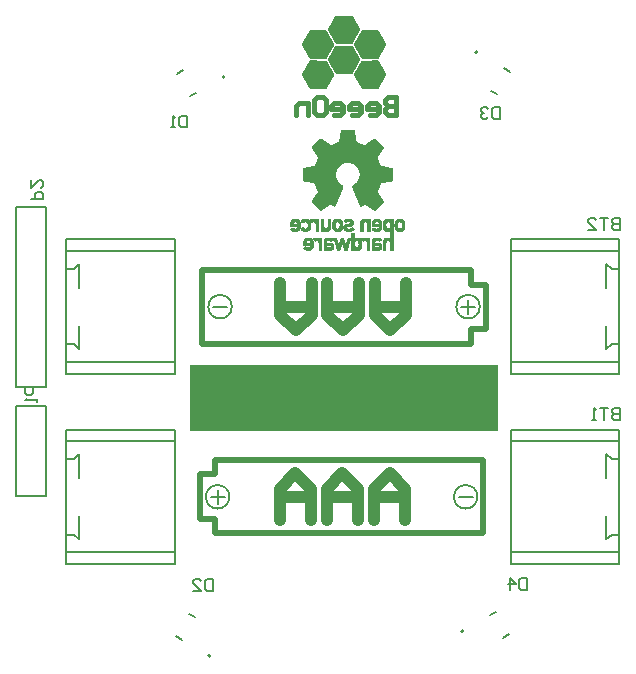
<source format=gbr>
%FSLAX43Y43*%
%MOMM*%
G71*
G01*
G75*
G04 Layer_Color=32896*
%ADD10R,1.500X2.500*%
%ADD11R,0.762X1.372*%
%ADD12R,1.372X0.864*%
%ADD13R,1.372X0.762*%
%ADD14R,0.864X1.372*%
%ADD15R,1.100X0.650*%
%ADD16R,1.300X2.700*%
%ADD17R,0.650X1.100*%
%ADD18R,0.900X0.950*%
%ADD19R,0.900X0.950*%
%ADD20O,0.550X1.750*%
%ADD21O,1.750X0.550*%
%ADD22R,2.032X2.032*%
%ADD23R,0.550X1.450*%
%ADD24C,0.200*%
%ADD25C,0.254*%
%ADD26P,2.121X4X75.0*%
%ADD27C,1.500*%
%ADD28C,2.700*%
%ADD29R,1.500X1.500*%
%ADD30C,1.300*%
%ADD31C,0.800*%
%ADD32C,6.000*%
%ADD33C,3.000*%
G04:AMPARAMS|DCode=34|XSize=2mm|YSize=1mm|CornerRadius=0mm|HoleSize=0mm|Usage=FLASHONLY|Rotation=150.000|XOffset=0mm|YOffset=0mm|HoleType=Round|Shape=Rectangle|*
%AMROTATEDRECTD34*
4,1,4,1.116,-0.067,0.616,-0.933,-1.116,0.067,-0.616,0.933,1.116,-0.067,0.0*
%
%ADD34ROTATEDRECTD34*%

G04:AMPARAMS|DCode=35|XSize=2mm|YSize=1mm|CornerRadius=0mm|HoleSize=0mm|Usage=FLASHONLY|Rotation=30.000|XOffset=0mm|YOffset=0mm|HoleType=Round|Shape=Rectangle|*
%AMROTATEDRECTD35*
4,1,4,-0.616,-0.933,-1.116,-0.067,0.616,0.933,1.116,0.067,-0.616,-0.933,0.0*
%
%ADD35ROTATEDRECTD35*%

%ADD36C,2.000*%
%ADD37C,0.250*%
%ADD38C,0.600*%
%ADD39C,0.508*%
%ADD40C,0.152*%
%ADD41C,0.150*%
%ADD42C,0.300*%
%ADD43R,1.703X2.703*%
%ADD44R,0.965X1.575*%
%ADD45R,1.575X1.067*%
%ADD46R,1.575X0.965*%
%ADD47R,1.067X1.575*%
%ADD48R,1.303X0.853*%
%ADD49R,1.503X2.903*%
%ADD50R,0.853X1.303*%
%ADD51R,1.103X1.153*%
%ADD52R,1.103X1.153*%
%ADD53O,0.753X1.953*%
%ADD54O,1.953X0.753*%
%ADD55R,2.235X2.235*%
%ADD56R,0.753X1.653*%
%ADD57P,2.409X4X75.0*%
%ADD58C,1.703*%
%ADD59C,2.903*%
%ADD60R,1.703X1.703*%
%ADD61C,1.503*%
G04:AMPARAMS|DCode=62|XSize=2.203mm|YSize=1.203mm|CornerRadius=0mm|HoleSize=0mm|Usage=FLASHONLY|Rotation=150.000|XOffset=0mm|YOffset=0mm|HoleType=Round|Shape=Rectangle|*
%AMROTATEDRECTD62*
4,1,4,1.255,-0.030,0.653,-1.072,-1.255,0.030,-0.653,1.072,1.255,-0.030,0.0*
%
%ADD62ROTATEDRECTD62*%

G04:AMPARAMS|DCode=63|XSize=2.203mm|YSize=1.203mm|CornerRadius=0mm|HoleSize=0mm|Usage=FLASHONLY|Rotation=30.000|XOffset=0mm|YOffset=0mm|HoleType=Round|Shape=Rectangle|*
%AMROTATEDRECTD63*
4,1,4,-0.653,-1.072,-1.255,-0.030,0.653,1.072,1.255,0.030,-0.653,-1.072,0.0*
%
%ADD63ROTATEDRECTD63*%

%ADD64C,0.013*%
%ADD65C,0.018*%
%ADD66C,0.500*%
%ADD67C,0.400*%
%ADD68C,1.000*%
%ADD69R,26.075X5.625*%
D24*
X11600Y4000D02*
G03*
X11600Y4000I-996J0D01*
G01*
X-9400D02*
G03*
X-9400Y4000I-996J0D01*
G01*
X11392Y-12100D02*
G03*
X11392Y-12100I-996J0D01*
G01*
X-9608D02*
G03*
X-9608Y-12100I-996J0D01*
G01*
X11402Y25539D02*
G03*
X11402Y25539I-100J0D01*
G01*
X-10002Y23461D02*
G03*
X-10002Y23461I-100J0D01*
G01*
X10202Y-23461D02*
G03*
X10202Y-23461I-100J0D01*
G01*
X-11202Y-25539D02*
G03*
X-11202Y-25539I-100J0D01*
G01*
X10600Y3400D02*
Y4600D01*
X10000Y4000D02*
X11200D01*
X-11000D02*
X-9800D01*
X-20500Y-1700D02*
X-14200D01*
X14200D02*
X20500D01*
X22800Y7200D02*
X23400D01*
X22300Y7600D02*
X22800Y7200D01*
X22300Y5600D02*
Y7600D01*
Y400D02*
Y2400D01*
Y400D02*
X22800Y800D01*
X23400D01*
X14200Y-700D02*
X23400D01*
Y-1700D02*
Y8700D01*
Y9700D01*
X14200Y8700D02*
X23400D01*
X14200Y9700D02*
X23400D01*
X14200Y8700D02*
Y9700D01*
Y-1700D02*
X23400D01*
X14200D02*
Y8700D01*
X-14200Y-700D02*
Y9700D01*
X-23400D02*
X-14200D01*
Y-1700D02*
Y-700D01*
X-23400Y-1700D02*
X-14200D01*
X-23400Y-700D02*
X-14200D01*
X-23400Y-1700D02*
Y-700D01*
Y9700D01*
Y8700D02*
X-14200D01*
X-23400Y7200D02*
X-22800D01*
X-22300Y7600D01*
Y5600D02*
Y7600D01*
Y400D02*
Y2400D01*
X-22800Y800D02*
X-22300Y400D01*
X-23400Y800D02*
X-22800D01*
X22800Y-8900D02*
X23400D01*
X22300Y-8500D02*
X22800Y-8900D01*
X22300Y-10500D02*
Y-8500D01*
Y-15700D02*
Y-13700D01*
Y-15700D02*
X22800Y-15300D01*
X23400D01*
X14200Y-16800D02*
X23400D01*
Y-17800D02*
Y-7400D01*
Y-6400D01*
X14200Y-7400D02*
X23400D01*
X14200Y-6400D02*
X23400D01*
X14200Y-7400D02*
Y-6400D01*
Y-17800D02*
X23400D01*
X14200D02*
Y-7400D01*
X-14200Y-16800D02*
Y-6400D01*
X-23400D02*
X-14200D01*
Y-17800D02*
Y-16800D01*
X-23400Y-17800D02*
X-14200D01*
X-23400Y-16800D02*
X-14200D01*
X-23400Y-17800D02*
Y-16800D01*
Y-6400D01*
Y-7400D02*
X-14200D01*
X-23400Y-8900D02*
X-22800D01*
X-22300Y-8500D01*
Y-10500D02*
Y-8500D01*
Y-15700D02*
Y-13700D01*
X-22800Y-15300D02*
X-22300Y-15700D01*
X-23400Y-15300D02*
X-22800D01*
X-20500Y-6400D02*
X-14200D01*
X14200D02*
X20500D01*
X9800Y-12100D02*
X11000D01*
X-11200D02*
X-10000D01*
X-10600Y-12700D02*
Y-11500D01*
X-27645Y-2795D02*
Y12445D01*
X-25105Y-2795D02*
Y12445D01*
X-27645Y-2795D02*
X-25105D01*
X-27645Y12445D02*
X-25105D01*
X-27645Y-4405D02*
X-25105D01*
X-27645Y-12025D02*
X-27645Y-4405D01*
X-27645Y-12025D02*
X-25105Y-12025D01*
Y-4405D01*
X12540Y22284D02*
X13060Y21984D01*
X13640Y24189D02*
X14160Y23889D01*
X-12960Y21811D02*
X-12440Y22111D01*
X-14060Y23716D02*
X-13540Y24016D01*
X13540Y-24016D02*
X14060Y-23716D01*
X12440Y-22111D02*
X12960Y-21811D01*
X-14160Y-23889D02*
X-13640Y-24189D01*
X-13060Y-21984D02*
X-12540Y-22284D01*
X-10998Y-19092D02*
Y-20091D01*
X-11498D01*
X-11665Y-19925D01*
Y-19258D01*
X-11498Y-19092D01*
X-10998D01*
X-12664Y-20091D02*
X-11998D01*
X-12664Y-19425D01*
Y-19258D01*
X-12498Y-19092D01*
X-12164D01*
X-11998Y-19258D01*
X15621Y-18990D02*
Y-19990D01*
X15121D01*
X14955Y-19823D01*
Y-19157D01*
X15121Y-18990D01*
X15621D01*
X14121Y-19990D02*
Y-18990D01*
X14621Y-19490D01*
X13955D01*
X-26375Y13075D02*
X-25375D01*
Y13575D01*
X-25542Y13741D01*
X-25875D01*
X-26042Y13575D01*
Y13075D01*
X-26375Y14741D02*
Y14075D01*
X-25709Y14741D01*
X-25542D01*
X-25375Y14575D01*
Y14241D01*
X-25542Y14075D01*
X23444Y-4588D02*
Y-5588D01*
X22944D01*
X22778Y-5421D01*
Y-5255D01*
X22944Y-5088D01*
X23444D01*
X22944D01*
X22778Y-4922D01*
Y-4755D01*
X22944Y-4588D01*
X23444D01*
X22445D02*
X21778D01*
X22111D01*
Y-5588D01*
X21445D02*
X21112D01*
X21278D01*
Y-4588D01*
X21445Y-4755D01*
X-13200Y20175D02*
Y19175D01*
X-13700D01*
X-13866Y19342D01*
Y20008D01*
X-13700Y20175D01*
X-13200D01*
X-14200Y19175D02*
X-14533D01*
X-14366D01*
Y20175D01*
X-14200Y20008D01*
X-25875Y-2775D02*
X-26875D01*
Y-3275D01*
X-26708Y-3441D01*
X-26375D01*
X-26208Y-3275D01*
Y-2775D01*
X-25875Y-3775D02*
Y-4108D01*
Y-3941D01*
X-26875D01*
X-26708Y-3775D01*
X13325Y20925D02*
Y19925D01*
X12825D01*
X12659Y20092D01*
Y20758D01*
X12825Y20925D01*
X13325D01*
X12325Y20758D02*
X12159Y20925D01*
X11825D01*
X11659Y20758D01*
Y20591D01*
X11825Y20425D01*
X11992D01*
X11825D01*
X11659Y20258D01*
Y20092D01*
X11825Y19925D01*
X12159D01*
X12325Y20092D01*
X23444Y11515D02*
Y10516D01*
X22944D01*
X22778Y10682D01*
Y10849D01*
X22944Y11015D01*
X23444D01*
X22944D01*
X22778Y11182D01*
Y11349D01*
X22944Y11515D01*
X23444D01*
X22445D02*
X21778D01*
X22111D01*
Y10516D01*
X20778D02*
X21445D01*
X20778Y11182D01*
Y11349D01*
X20945Y11515D01*
X21278D01*
X21445Y11349D01*
D64*
X-3365Y14704D02*
X-532D01*
X-3098Y8824D02*
X-2856D01*
X-2056D02*
X-1840D01*
X-1637D02*
X-1421D01*
X-1294D02*
X-1066D01*
X-482D02*
X-291D01*
X115D02*
X306D01*
X725D02*
X941D01*
X1106D02*
X1296D01*
X2020D02*
X2224D01*
X2439D02*
X2655D01*
X2782D02*
X3011D01*
X3392D02*
X3608D01*
X4002D02*
X4205D01*
X-3136Y8837D02*
X-2806D01*
X-2056D02*
X-1840D01*
X-1637D02*
X-1421D01*
X-1332D02*
X-1015D01*
X-494D02*
X-291D01*
X115D02*
X319D01*
X725D02*
X941D01*
X1068D02*
X1334D01*
X2020D02*
X2236D01*
X2439D02*
X2655D01*
X2731D02*
X3062D01*
X3392D02*
X3608D01*
X4002D02*
X4217D01*
X-3174Y8849D02*
X-2780D01*
X-2056D02*
X-1840D01*
X-1637D02*
X-1421D01*
X-1358D02*
X-990D01*
X-494D02*
X-291D01*
X115D02*
X319D01*
X725D02*
X941D01*
X1042D02*
X1360D01*
X2020D02*
X2236D01*
X2439D02*
X2655D01*
X2719D02*
X3087D01*
X3392D02*
X3608D01*
X4002D02*
X4217D01*
X-3199Y8862D02*
X-2755D01*
X-2056D02*
X-1840D01*
X-1637D02*
X-1421D01*
X-1383D02*
X-951D01*
X-494D02*
X-278D01*
X115D02*
X319D01*
X725D02*
X941D01*
X1017D02*
X1385D01*
X2020D02*
X2236D01*
X2439D02*
X2655D01*
X2693D02*
X3112D01*
X3392D02*
X3608D01*
X4002D02*
X4217D01*
X-3225Y8875D02*
X-2730D01*
X-2056D02*
X-1840D01*
X-1637D02*
X-1421D01*
X-1396D02*
X-939D01*
X-494D02*
X-278D01*
X103D02*
X331D01*
X725D02*
X941D01*
X992D02*
X1398D01*
X2020D02*
X2236D01*
X2439D02*
X2655D01*
X2681D02*
X3138D01*
X3392D02*
X3608D01*
X4002D02*
X4217D01*
X-3250Y8887D02*
X-2704D01*
X-2056D02*
X-1840D01*
X-1637D02*
X-1421D01*
X-1409D02*
X-926D01*
X-507D02*
X-278D01*
X103D02*
X331D01*
X725D02*
X941D01*
X979D02*
X1423D01*
X2020D02*
X2236D01*
X2439D02*
X2655D01*
X2668D02*
X3151D01*
X3392D02*
X3608D01*
X4002D02*
X4217D01*
X-3263Y8900D02*
X-2691D01*
X-2056D02*
X-1840D01*
X-1637D02*
X-1421D01*
X-1409D02*
X-901D01*
X-507D02*
X-266D01*
X103D02*
X331D01*
X725D02*
X941D01*
X966D02*
X1436D01*
X2020D02*
X2236D01*
X2439D02*
X3163D01*
X3392D02*
X3608D01*
X4002D02*
X4217D01*
X-3288Y8913D02*
X-2679D01*
X-2056D02*
X-1840D01*
X-1637D02*
X-888D01*
X-507D02*
X-266D01*
X90D02*
X344D01*
X725D02*
X941D01*
X953D02*
X1449D01*
X2020D02*
X2236D01*
X2439D02*
X3176D01*
X3392D02*
X3608D01*
X4002D02*
X4217D01*
X-3301Y8925D02*
X-2666D01*
X-2056D02*
X-1840D01*
X-1637D02*
X-875D01*
X-520D02*
X-266D01*
X90D02*
X344D01*
X725D02*
X1462D01*
X2020D02*
X2236D01*
X2439D02*
X3189D01*
X3392D02*
X3608D01*
X4002D02*
X4217D01*
X-3314Y8938D02*
X-2653D01*
X-2056D02*
X-1840D01*
X-1637D02*
X-875D01*
X-520D02*
X-253D01*
X90D02*
X344D01*
X725D02*
X1474D01*
X2020D02*
X2236D01*
X2439D02*
X3201D01*
X3392D02*
X3608D01*
X4002D02*
X4217D01*
X-3326Y8951D02*
X-2641D01*
X-2056D02*
X-1840D01*
X-1637D02*
X-863D01*
X-520D02*
X-253D01*
X77D02*
X357D01*
X725D02*
X1474D01*
X2020D02*
X2236D01*
X2439D02*
X3214D01*
X3392D02*
X3608D01*
X4002D02*
X4217D01*
X-3339Y8964D02*
X-2628D01*
X-2056D02*
X-1840D01*
X-1637D02*
X-850D01*
X-532D02*
X-253D01*
X77D02*
X357D01*
X725D02*
X1487D01*
X2020D02*
X2236D01*
X2439D02*
X3214D01*
X3392D02*
X3608D01*
X4002D02*
X4217D01*
X-3352Y8976D02*
X-2615D01*
X-2056D02*
X-1840D01*
X-1637D02*
X-850D01*
X-532D02*
X-253D01*
X77D02*
X357D01*
X725D02*
X1500D01*
X2020D02*
X2236D01*
X2439D02*
X3227D01*
X3392D02*
X3608D01*
X4002D02*
X4217D01*
X-3352Y8989D02*
X-2615D01*
X-2056D02*
X-1840D01*
X-1637D02*
X-837D01*
X-532D02*
X-240D01*
X77D02*
X369D01*
X725D02*
X1500D01*
X2020D02*
X2236D01*
X2439D02*
X3240D01*
X3392D02*
X3608D01*
X4002D02*
X4217D01*
X-3326Y9002D02*
X-2602D01*
X-2056D02*
X-1840D01*
X-1637D02*
X-837D01*
X-545D02*
X-240D01*
X64D02*
X369D01*
X725D02*
X1512D01*
X2020D02*
X2236D01*
X2439D02*
X3240D01*
X3392D02*
X3608D01*
X4002D02*
X4217D01*
X-3314Y9014D02*
X-2602D01*
X-2056D02*
X-1840D01*
X-1637D02*
X-825D01*
X-545D02*
X-240D01*
X64D02*
X369D01*
X725D02*
X1512D01*
X2020D02*
X2236D01*
X2439D02*
X3240D01*
X3392D02*
X3608D01*
X4002D02*
X4217D01*
X-3301Y9027D02*
X-3047D01*
X-2895D02*
X-2590D01*
X-2056D02*
X-1840D01*
X-1637D02*
X-1332D01*
X-1104D02*
X-825D01*
X-545D02*
X-228D01*
X64D02*
X382D01*
X725D02*
X1512D01*
X2020D02*
X2236D01*
X2439D02*
X2744D01*
X2960D02*
X3252D01*
X3392D02*
X3608D01*
X4002D02*
X4217D01*
X-3288Y9040D02*
X-3085D01*
X-2869D02*
X-2577D01*
X-2056D02*
X-1840D01*
X-1637D02*
X-1358D01*
X-1079D02*
X-825D01*
X-558D02*
X-228D01*
X52D02*
X382D01*
X725D02*
X1068D01*
X1207D02*
X1525D01*
X2020D02*
X2236D01*
X2439D02*
X2706D01*
X2998D02*
X3252D01*
X3392D02*
X3608D01*
X4002D02*
X4217D01*
X-3276Y9052D02*
X-3111D01*
X-2844D02*
X-2577D01*
X-2056D02*
X-1840D01*
X-1637D02*
X-1383D01*
X-1053D02*
X-812D01*
X-558D02*
X-228D01*
X52D02*
X382D01*
X725D02*
X1042D01*
X1246D02*
X1525D01*
X2020D02*
X2236D01*
X2439D02*
X2693D01*
X3011D02*
X3252D01*
X3392D02*
X3608D01*
X4002D02*
X4217D01*
X-3263Y9065D02*
X-3136D01*
X-2818D02*
X-2564D01*
X-2056D02*
X-1840D01*
X-1637D02*
X-1396D01*
X-1040D02*
X-812D01*
X-558D02*
X-215D01*
X52D02*
X382D01*
X725D02*
X1017D01*
X1258D02*
X1525D01*
X2020D02*
X2236D01*
X2439D02*
X2681D01*
X3036D02*
X3252D01*
X3392D02*
X3608D01*
X4002D02*
X4217D01*
X-3237Y9078D02*
X-3149D01*
X-2806D02*
X-2564D01*
X-2056D02*
X-1840D01*
X-1637D02*
X-1396D01*
X-1028D02*
X-812D01*
X-571D02*
X-215D01*
X39D02*
X395D01*
X725D02*
X1004D01*
X1271D02*
X1538D01*
X2020D02*
X2236D01*
X2439D02*
X2681D01*
X3036D02*
X3265D01*
X3392D02*
X3608D01*
X4002D02*
X4217D01*
X-3225Y9090D02*
X-3161D01*
X-2793D02*
X-2564D01*
X-2056D02*
X-1840D01*
X-1637D02*
X-1409D01*
X-1028D02*
X-812D01*
X-571D02*
X-215D01*
X39D02*
X395D01*
X725D02*
X992D01*
X1284D02*
X1538D01*
X2020D02*
X2236D01*
X2439D02*
X2668D01*
X3049D02*
X3265D01*
X3392D02*
X3608D01*
X4002D02*
X4217D01*
X-3212Y9103D02*
X-3174D01*
X-2793D02*
X-2564D01*
X-2056D02*
X-1840D01*
X-1637D02*
X-1409D01*
X-1015D02*
X-812D01*
X-571D02*
X-215D01*
X39D02*
X395D01*
X725D02*
X992D01*
X1296D02*
X1538D01*
X2020D02*
X2236D01*
X2439D02*
X2668D01*
X3049D02*
X3265D01*
X3392D02*
X3608D01*
X4002D02*
X4217D01*
X-2780Y9116D02*
X-2552D01*
X-2056D02*
X-1840D01*
X-1637D02*
X-1409D01*
X-1015D02*
X-812D01*
X-583D02*
X-202D01*
X39D02*
X407D01*
X725D02*
X979D01*
X1296D02*
X1538D01*
X2020D02*
X2236D01*
X2439D02*
X2668D01*
X3049D02*
X3265D01*
X3392D02*
X3608D01*
X4002D02*
X4217D01*
X-2768Y9129D02*
X-2552D01*
X-2056D02*
X-1840D01*
X-1637D02*
X-1409D01*
X-1015D02*
X-812D01*
X-583D02*
X-202D01*
X26D02*
X407D01*
X725D02*
X966D01*
X1309D02*
X1538D01*
X2020D02*
X2236D01*
X2439D02*
X2655D01*
X3062D02*
X3265D01*
X3392D02*
X3608D01*
X4002D02*
X4217D01*
X-2768Y9141D02*
X-2552D01*
X-2056D02*
X-1840D01*
X-1637D02*
X-1421D01*
X-1015D02*
X-812D01*
X-583D02*
X-202D01*
X26D02*
X407D01*
X725D02*
X966D01*
X1309D02*
X1538D01*
X2020D02*
X2236D01*
X2439D02*
X2655D01*
X3062D02*
X3265D01*
X3392D02*
X3608D01*
X4002D02*
X4217D01*
X-2755Y9154D02*
X-2539D01*
X-2056D02*
X-1840D01*
X-1637D02*
X-1421D01*
X-1015D02*
X-812D01*
X-583D02*
X-190D01*
X26D02*
X420D01*
X725D02*
X966D01*
X1309D02*
X1538D01*
X2020D02*
X2236D01*
X2439D02*
X2655D01*
X3062D02*
X3265D01*
X3392D02*
X3608D01*
X4002D02*
X4217D01*
X-2755Y9167D02*
X-2539D01*
X-2056D02*
X-1840D01*
X-1637D02*
X-1421D01*
X-1015D02*
X-812D01*
X-596D02*
X-393D01*
X-380D02*
X-190D01*
X14D02*
X420D01*
X725D02*
X966D01*
X1322D02*
X1538D01*
X2020D02*
X2236D01*
X2439D02*
X2655D01*
X3049D02*
X3265D01*
X3392D02*
X3608D01*
X4002D02*
X4217D01*
X-2755Y9179D02*
X-2539D01*
X-2056D02*
X-1840D01*
X-1637D02*
X-1421D01*
X-1028D02*
X-812D01*
X-596D02*
X-393D01*
X-380D02*
X-190D01*
X14D02*
X204D01*
X230D02*
X420D01*
X725D02*
X953D01*
X1322D02*
X1538D01*
X2020D02*
X2236D01*
X2439D02*
X2655D01*
X3049D02*
X3265D01*
X3392D02*
X3608D01*
X4002D02*
X4217D01*
X-2755Y9192D02*
X-2539D01*
X-2056D02*
X-1840D01*
X-1637D02*
X-1421D01*
X-1028D02*
X-812D01*
X-596D02*
X-405D01*
X-380D02*
X-177D01*
X14D02*
X204D01*
X230D02*
X433D01*
X725D02*
X953D01*
X1322D02*
X1538D01*
X2020D02*
X2236D01*
X2439D02*
X2655D01*
X3036D02*
X3252D01*
X3392D02*
X3608D01*
X4002D02*
X4217D01*
X-2742Y9205D02*
X-2539D01*
X-2056D02*
X-1840D01*
X-1637D02*
X-1421D01*
X-1040D02*
X-825D01*
X-609D02*
X-405D01*
X-367D02*
X-177D01*
X1D02*
X204D01*
X230D02*
X433D01*
X725D02*
X953D01*
X1322D02*
X1538D01*
X2020D02*
X2236D01*
X2439D02*
X2655D01*
X3024D02*
X3252D01*
X3392D02*
X3608D01*
X4002D02*
X4217D01*
X-2742Y9217D02*
X-2539D01*
X-2056D02*
X-1840D01*
X-1637D02*
X-1421D01*
X-1053D02*
X-825D01*
X-609D02*
X-405D01*
X-367D02*
X-177D01*
X1D02*
X191D01*
X230D02*
X433D01*
X725D02*
X953D01*
X1322D02*
X1538D01*
X2020D02*
X2236D01*
X2439D02*
X2655D01*
X3024D02*
X3252D01*
X3392D02*
X3608D01*
X4002D02*
X4217D01*
X-2742Y9230D02*
X-2539D01*
X-2056D02*
X-1840D01*
X-1637D02*
X-1421D01*
X-1079D02*
X-825D01*
X-609D02*
X-418D01*
X-367D02*
X-177D01*
X1D02*
X191D01*
X242D02*
X445D01*
X725D02*
X953D01*
X1322D02*
X1550D01*
X2020D02*
X2236D01*
X2439D02*
X2655D01*
X2986D02*
X3252D01*
X3392D02*
X3608D01*
X4002D02*
X4217D01*
X-2742Y9243D02*
X-2539D01*
X-2056D02*
X-1840D01*
X-1637D02*
X-1421D01*
X-1117D02*
X-825D01*
X-621D02*
X-418D01*
X-355D02*
X-164D01*
X1D02*
X191D01*
X242D02*
X445D01*
X725D02*
X953D01*
X1322D02*
X1550D01*
X2020D02*
X2236D01*
X2439D02*
X2655D01*
X2960D02*
X3240D01*
X3392D02*
X3608D01*
X4002D02*
X4217D01*
X-3365Y9256D02*
X-2526D01*
X-2056D02*
X-1840D01*
X-1637D02*
X-837D01*
X-621D02*
X-418D01*
X-355D02*
X-164D01*
X-12D02*
X179D01*
X242D02*
X445D01*
X725D02*
X953D01*
X1322D02*
X1550D01*
X2020D02*
X2236D01*
X2439D02*
X3240D01*
X3392D02*
X3608D01*
X4002D02*
X4217D01*
X-3365Y9268D02*
X-2526D01*
X-2056D02*
X-1840D01*
X-1637D02*
X-837D01*
X-621D02*
X-418D01*
X-355D02*
X-164D01*
X-12D02*
X179D01*
X255D02*
X458D01*
X725D02*
X953D01*
X1334D02*
X1550D01*
X2020D02*
X2236D01*
X2439D02*
X3227D01*
X3392D02*
X3608D01*
X4002D02*
X4217D01*
X-3365Y9281D02*
X-2526D01*
X-2056D02*
X-1840D01*
X-1637D02*
X-850D01*
X-634D02*
X-431D01*
X-342D02*
X-151D01*
X-12D02*
X179D01*
X255D02*
X458D01*
X725D02*
X941D01*
X1334D02*
X1550D01*
X2020D02*
X2236D01*
X2439D02*
X3227D01*
X3392D02*
X3608D01*
X4002D02*
X4217D01*
X-3365Y9294D02*
X-2526D01*
X-2056D02*
X-1840D01*
X-1637D02*
X-850D01*
X-634D02*
X-431D01*
X-342D02*
X-151D01*
X-24D02*
X166D01*
X255D02*
X458D01*
X725D02*
X941D01*
X1334D02*
X1550D01*
X2020D02*
X2236D01*
X2439D02*
X3214D01*
X3392D02*
X3608D01*
X4002D02*
X4217D01*
X-3365Y9306D02*
X-2526D01*
X-2056D02*
X-1840D01*
X-1637D02*
X-863D01*
X-634D02*
X-431D01*
X-342D02*
X-151D01*
X-24D02*
X166D01*
X255D02*
X471D01*
X725D02*
X941D01*
X1334D02*
X1550D01*
X2020D02*
X2236D01*
X2439D02*
X3214D01*
X3392D02*
X3608D01*
X4002D02*
X4217D01*
X-3365Y9319D02*
X-2526D01*
X-2056D02*
X-1840D01*
X-1637D02*
X-875D01*
X-647D02*
X-431D01*
X-329D02*
X-151D01*
X-24D02*
X166D01*
X268D02*
X471D01*
X725D02*
X941D01*
X1334D02*
X1550D01*
X2020D02*
X2236D01*
X2439D02*
X3201D01*
X3392D02*
X3608D01*
X4002D02*
X4217D01*
X-3365Y9332D02*
X-2526D01*
X-2056D02*
X-1840D01*
X-1637D02*
X-888D01*
X-647D02*
X-444D01*
X-329D02*
X-139D01*
X-37D02*
X153D01*
X268D02*
X471D01*
X725D02*
X941D01*
X1334D02*
X1550D01*
X2020D02*
X2236D01*
X2439D02*
X3189D01*
X3392D02*
X3608D01*
X4002D02*
X4217D01*
X-3365Y9344D02*
X-2526D01*
X-2056D02*
X-1840D01*
X-1637D02*
X-901D01*
X-647D02*
X-444D01*
X-329D02*
X-139D01*
X-37D02*
X153D01*
X268D02*
X471D01*
X725D02*
X941D01*
X1334D02*
X1550D01*
X2020D02*
X2236D01*
X2439D02*
X3176D01*
X3392D02*
X3608D01*
X4002D02*
X4217D01*
X-3365Y9357D02*
X-2526D01*
X-2056D02*
X-1840D01*
X-1637D02*
X-913D01*
X-659D02*
X-444D01*
X-329D02*
X-139D01*
X-37D02*
X153D01*
X268D02*
X484D01*
X725D02*
X941D01*
X1334D02*
X1550D01*
X2020D02*
X2236D01*
X2439D02*
X3163D01*
X3392D02*
X3608D01*
X4002D02*
X4217D01*
X-3365Y9370D02*
X-2526D01*
X-2056D02*
X-1840D01*
X-1637D02*
X-926D01*
X-659D02*
X-456D01*
X-317D02*
X-126D01*
X-37D02*
X141D01*
X280D02*
X484D01*
X725D02*
X941D01*
X1334D02*
X1550D01*
X2020D02*
X2236D01*
X2439D02*
X3151D01*
X3392D02*
X3608D01*
X4002D02*
X4217D01*
X-3365Y9383D02*
X-2526D01*
X-2056D02*
X-1840D01*
X-1637D02*
X-951D01*
X-659D02*
X-456D01*
X-317D02*
X-126D01*
X-50D02*
X141D01*
X280D02*
X484D01*
X725D02*
X941D01*
X1334D02*
X1550D01*
X2020D02*
X2236D01*
X2439D02*
X3125D01*
X3392D02*
X3608D01*
X4002D02*
X4217D01*
X-3365Y9395D02*
X-2526D01*
X-2056D02*
X-1840D01*
X-1637D02*
X-977D01*
X-672D02*
X-456D01*
X-317D02*
X-126D01*
X-50D02*
X141D01*
X280D02*
X496D01*
X725D02*
X941D01*
X1334D02*
X1550D01*
X2020D02*
X2236D01*
X2439D02*
X3100D01*
X3392D02*
X3608D01*
X4002D02*
X4217D01*
X-3365Y9408D02*
X-2526D01*
X-2056D02*
X-1840D01*
X-1637D02*
X-1002D01*
X-672D02*
X-456D01*
X-304D02*
X-113D01*
X-50D02*
X128D01*
X293D02*
X496D01*
X725D02*
X953D01*
X1334D02*
X1550D01*
X2020D02*
X2236D01*
X2439D02*
X3074D01*
X3392D02*
X3608D01*
X4002D02*
X4217D01*
X-3365Y9421D02*
X-2526D01*
X-2056D02*
X-1840D01*
X-1637D02*
X-1053D01*
X-672D02*
X-469D01*
X-304D02*
X-113D01*
X-62D02*
X128D01*
X293D02*
X496D01*
X725D02*
X953D01*
X1322D02*
X1550D01*
X2020D02*
X2236D01*
X2439D02*
X3024D01*
X3392D02*
X3608D01*
X4002D02*
X4217D01*
X-3365Y9433D02*
X-3149D01*
X-2742D02*
X-2539D01*
X-2056D02*
X-1840D01*
X-1637D02*
X-1421D01*
X-685D02*
X-469D01*
X-304D02*
X-113D01*
X-62D02*
X128D01*
X293D02*
X509D01*
X725D02*
X953D01*
X1322D02*
X1550D01*
X2020D02*
X2236D01*
X2439D02*
X2655D01*
X3392D02*
X3608D01*
X4002D02*
X4217D01*
X-3365Y9446D02*
X-3149D01*
X-2742D02*
X-2539D01*
X-2056D02*
X-1840D01*
X-1637D02*
X-1421D01*
X-685D02*
X-469D01*
X-291D02*
X-113D01*
X-62D02*
X115D01*
X293D02*
X509D01*
X725D02*
X953D01*
X1322D02*
X1550D01*
X2020D02*
X2236D01*
X2439D02*
X2655D01*
X3392D02*
X3608D01*
X3989D02*
X4217D01*
X-3365Y9459D02*
X-3149D01*
X-2742D02*
X-2539D01*
X-2056D02*
X-1840D01*
X-1637D02*
X-1421D01*
X-685D02*
X-469D01*
X-291D02*
X-101D01*
X-75D02*
X115D01*
X306D02*
X509D01*
X725D02*
X953D01*
X1322D02*
X1538D01*
X2008D02*
X2236D01*
X2439D02*
X2655D01*
X3392D02*
X3608D01*
X3989D02*
X4217D01*
X-3365Y9472D02*
X-3149D01*
X-2742D02*
X-2539D01*
X-2056D02*
X-1840D01*
X-1637D02*
X-1421D01*
X-685D02*
X-482D01*
X-291D02*
X-101D01*
X-75D02*
X115D01*
X306D02*
X522D01*
X725D02*
X953D01*
X1322D02*
X1538D01*
X2008D02*
X2236D01*
X2439D02*
X2655D01*
X3392D02*
X3608D01*
X3989D02*
X4217D01*
X-3365Y9484D02*
X-3149D01*
X-2755D02*
X-2539D01*
X-2069D02*
X-1840D01*
X-1637D02*
X-1421D01*
X-697D02*
X-482D01*
X-278D02*
X-101D01*
X-75D02*
X115D01*
X306D02*
X522D01*
X725D02*
X953D01*
X1322D02*
X1538D01*
X2008D02*
X2236D01*
X2439D02*
X2655D01*
X3392D02*
X3621D01*
X3989D02*
X4217D01*
X-3365Y9497D02*
X-3136D01*
X-2755D02*
X-2539D01*
X-2069D02*
X-1840D01*
X-1637D02*
X-1421D01*
X-697D02*
X-482D01*
X-278D02*
X-88D01*
X-75D02*
X103D01*
X306D02*
X522D01*
X725D02*
X953D01*
X1322D02*
X1538D01*
X2008D02*
X2236D01*
X2439D02*
X2655D01*
X3392D02*
X3621D01*
X3989D02*
X4217D01*
X-3365Y9510D02*
X-3136D01*
X-2755D02*
X-2552D01*
X-2069D02*
X-1840D01*
X-1637D02*
X-1421D01*
X-697D02*
X-494D01*
X-278D02*
X103D01*
X319D02*
X534D01*
X725D02*
X966D01*
X1309D02*
X1538D01*
X2008D02*
X2236D01*
X2439D02*
X2655D01*
X3392D02*
X3621D01*
X3989D02*
X4217D01*
X-3365Y9522D02*
X-3136D01*
X-2755D02*
X-2552D01*
X-2069D02*
X-1840D01*
X-1637D02*
X-1421D01*
X-710D02*
X-494D01*
X-266D02*
X103D01*
X319D02*
X534D01*
X725D02*
X966D01*
X1309D02*
X1538D01*
X1995D02*
X2236D01*
X2439D02*
X2655D01*
X3392D02*
X3633D01*
X3976D02*
X4217D01*
X-3352Y9535D02*
X-3123D01*
X-2768D02*
X-2552D01*
X-2082D02*
X-1840D01*
X-1637D02*
X-1421D01*
X-710D02*
X-494D01*
X-266D02*
X90D01*
X319D02*
X534D01*
X725D02*
X966D01*
X1309D02*
X1538D01*
X1995D02*
X2236D01*
X2439D02*
X2655D01*
X3392D02*
X3633D01*
X3976D02*
X4217D01*
X-3352Y9548D02*
X-3123D01*
X-2768D02*
X-2552D01*
X-2082D02*
X-1840D01*
X-1625D02*
X-1421D01*
X-710D02*
X-494D01*
X-266D02*
X90D01*
X331D02*
X547D01*
X725D02*
X979D01*
X1296D02*
X1538D01*
X1982D02*
X2236D01*
X2439D02*
X2655D01*
X3405D02*
X3633D01*
X3963D02*
X4217D01*
X-3352Y9560D02*
X-3111D01*
X-2780D02*
X-2564D01*
X-2095D02*
X-1840D01*
X-1625D02*
X-1409D01*
X-723D02*
X-507D01*
X-253D02*
X90D01*
X331D02*
X547D01*
X725D02*
X979D01*
X1296D02*
X1538D01*
X1982D02*
X2236D01*
X2439D02*
X2655D01*
X3405D02*
X3646D01*
X3963D02*
X4217D01*
X-3339Y9573D02*
X-3111D01*
X-2793D02*
X-2564D01*
X-2107D02*
X-1840D01*
X-1625D02*
X-1409D01*
X-723D02*
X-507D01*
X-253D02*
X77D01*
X331D02*
X547D01*
X725D02*
X992D01*
X1284D02*
X1538D01*
X1969D02*
X2236D01*
X2439D02*
X2668D01*
X3405D02*
X3659D01*
X3951D02*
X4217D01*
X-3339Y9586D02*
X-3098D01*
X-2793D02*
X-2564D01*
X-2120D02*
X-1840D01*
X-1625D02*
X-1409D01*
X-1040D02*
X-1002D01*
X-723D02*
X-507D01*
X-253D02*
X77D01*
X331D02*
X560D01*
X725D02*
X1004D01*
X1271D02*
X1538D01*
X1957D02*
X2236D01*
X2452D02*
X2668D01*
X3036D02*
X3062D01*
X3405D02*
X3671D01*
X3938D02*
X4217D01*
X-3339Y9599D02*
X-3085D01*
X-2806D02*
X-2577D01*
X-2399D02*
X-2361D01*
X-2133D02*
X-1840D01*
X-1625D02*
X-1396D01*
X-1053D02*
X-990D01*
X-736D02*
X-507D01*
X-240D02*
X77D01*
X344D02*
X560D01*
X725D02*
X1017D01*
X1258D02*
X1525D01*
X1677D02*
X1715D01*
X1944D02*
X2236D01*
X2452D02*
X2681D01*
X3024D02*
X3087D01*
X3405D02*
X3684D01*
X3925D02*
X4217D01*
X-3326Y9611D02*
X-3072D01*
X-2831D02*
X-2577D01*
X-2399D02*
X-2336D01*
X-2145D02*
X-1840D01*
X-1625D02*
X-1383D01*
X-1066D02*
X-977D01*
X-736D02*
X-520D01*
X-240D02*
X64D01*
X344D02*
X560D01*
X725D02*
X1030D01*
X1246D02*
X1525D01*
X1665D02*
X1728D01*
X1931D02*
X2236D01*
X2452D02*
X2693D01*
X3011D02*
X3100D01*
X3405D02*
X3697D01*
X3900D02*
X4217D01*
X-3326Y9624D02*
X-3047D01*
X-2844D02*
X-2590D01*
X-2412D02*
X-2323D01*
X-2171D02*
X-1840D01*
X-1625D02*
X-1371D01*
X-1079D02*
X-951D01*
X-736D02*
X-520D01*
X-240D02*
X64D01*
X344D02*
X572D01*
X725D02*
X1055D01*
X1220D02*
X1525D01*
X1652D02*
X1754D01*
X1906D02*
X2236D01*
X2452D02*
X2706D01*
X2986D02*
X3112D01*
X3417D02*
X3722D01*
X3875D02*
X4217D01*
X-3314Y9637D02*
X-3022D01*
X-2869D02*
X-2590D01*
X-2425D02*
X-2285D01*
X-2209D02*
X-1840D01*
X-1612D02*
X-1332D01*
X-1104D02*
X-939D01*
X-748D02*
X-520D01*
X-228D02*
X64D01*
X344D02*
X572D01*
X725D02*
X1106D01*
X1169D02*
X1525D01*
X1652D02*
X1792D01*
X1855D02*
X2236D01*
X2452D02*
X2744D01*
X2973D02*
X3138D01*
X3417D02*
X3760D01*
X3836D02*
X4217D01*
X-3314Y9649D02*
X-2984D01*
X-2920D02*
X-2590D01*
X-2437D02*
X-1840D01*
X-1612D02*
X-1256D01*
X-1167D02*
X-926D01*
X-748D02*
X-532D01*
X-228D02*
X52D01*
X357D02*
X572D01*
X725D02*
X1512D01*
X1639D02*
X2236D01*
X2465D02*
X2820D01*
X2897D02*
X3151D01*
X3417D02*
X4217D01*
X-3301Y9662D02*
X-2602D01*
X-2450D02*
X-1840D01*
X-1612D02*
X-901D01*
X-748D02*
X-532D01*
X-228D02*
X52D01*
X357D02*
X572D01*
X725D02*
X1512D01*
X1627D02*
X2236D01*
X2465D02*
X3163D01*
X3430D02*
X4217D01*
X-3301Y9675D02*
X-2602D01*
X-2463D02*
X-1840D01*
X-1599D02*
X-888D01*
X-761D02*
X-532D01*
X-215D02*
X52D01*
X357D02*
X585D01*
X725D02*
X1500D01*
X1614D02*
X2236D01*
X2465D02*
X3189D01*
X3430D02*
X4217D01*
X-3288Y9687D02*
X-2615D01*
X-2463D02*
X-1840D01*
X-1599D02*
X-875D01*
X-761D02*
X-532D01*
X-215D02*
X39D01*
X369D02*
X585D01*
X725D02*
X1500D01*
X1601D02*
X2236D01*
X2477D02*
X3201D01*
X3443D02*
X4217D01*
X-3276Y9700D02*
X-2628D01*
X-2476D02*
X-1840D01*
X-1587D02*
X-863D01*
X-761D02*
X-545D01*
X-215D02*
X39D01*
X369D02*
X585D01*
X725D02*
X1487D01*
X1589D02*
X2236D01*
X2490D02*
X3214D01*
X3455D02*
X4217D01*
X-3263Y9713D02*
X-2641D01*
X-2488D02*
X-1840D01*
X-1587D02*
X-863D01*
X-774D02*
X-545D01*
X-202D02*
X39D01*
X369D02*
X598D01*
X725D02*
X1487D01*
X1589D02*
X2236D01*
X2490D02*
X3201D01*
X3455D02*
X4217D01*
X-3263Y9726D02*
X-2653D01*
X-2501D02*
X-1840D01*
X-1574D02*
X-875D01*
X-774D02*
X-545D01*
X-202D02*
X26D01*
X369D02*
X598D01*
X725D02*
X1474D01*
X1576D02*
X2236D01*
X2503D02*
X3201D01*
X3468D02*
X4217D01*
X-3250Y9738D02*
X-2653D01*
X-2514D02*
X-1840D01*
X-1561D02*
X-888D01*
X-774D02*
X-545D01*
X-202D02*
X26D01*
X382D02*
X598D01*
X725D02*
X1462D01*
X1563D02*
X2236D01*
X2516D02*
X3189D01*
X3481D02*
X4217D01*
X-3237Y9751D02*
X-2666D01*
X-2526D02*
X-2069D01*
X-2056D02*
X-1840D01*
X-1548D02*
X-901D01*
X-774D02*
X-558D01*
X-202D02*
X26D01*
X382D02*
X611D01*
X725D02*
X941D01*
X953D02*
X1449D01*
X1550D02*
X2008D01*
X2020D02*
X2236D01*
X2528D02*
X3176D01*
X3493D02*
X3989D01*
X4002D02*
X4217D01*
X-3212Y9764D02*
X-2691D01*
X-2526D02*
X-2082D01*
X-2056D02*
X-1840D01*
X-1536D02*
X-913D01*
X-786D02*
X-558D01*
X-190D02*
X14D01*
X382D02*
X611D01*
X725D02*
X941D01*
X966D02*
X1436D01*
X1538D02*
X1995D01*
X2020D02*
X2236D01*
X2541D02*
X3163D01*
X3506D02*
X3976D01*
X4002D02*
X4217D01*
X-3199Y9776D02*
X-2704D01*
X-2539D02*
X-2095D01*
X-2056D02*
X-1840D01*
X-1523D02*
X-926D01*
X-786D02*
X-558D01*
X-190D02*
X14D01*
X395D02*
X611D01*
X725D02*
X941D01*
X979D02*
X1423D01*
X1538D02*
X1982D01*
X2020D02*
X2236D01*
X2554D02*
X3151D01*
X3519D02*
X3963D01*
X4002D02*
X4217D01*
X-3187Y9789D02*
X-2717D01*
X-2514D02*
X-2107D01*
X-2056D02*
X-1840D01*
X-1498D02*
X-939D01*
X-786D02*
X-571D01*
X-190D02*
X14D01*
X395D02*
X623D01*
X725D02*
X941D01*
X992D02*
X1411D01*
X1550D02*
X1969D01*
X2020D02*
X2236D01*
X2566D02*
X3125D01*
X3532D02*
X3951D01*
X4002D02*
X4217D01*
X-3161Y9802D02*
X-2742D01*
X-2501D02*
X-2120D01*
X-2056D02*
X-1840D01*
X-1485D02*
X-964D01*
X-799D02*
X-571D01*
X-177D02*
X1D01*
X395D02*
X623D01*
X725D02*
X941D01*
X1017D02*
X1385D01*
X1576D02*
X1944D01*
X2020D02*
X2236D01*
X2592D02*
X3112D01*
X3557D02*
X3925D01*
X4002D02*
X4217D01*
X-3136Y9814D02*
X-2768D01*
X-2476D02*
X-2145D01*
X-2056D02*
X-1840D01*
X-1459D02*
X-990D01*
X-799D02*
X-571D01*
X-177D02*
X1D01*
X395D02*
X623D01*
X725D02*
X941D01*
X1042D02*
X1373D01*
X1601D02*
X1931D01*
X2020D02*
X2236D01*
X2617D02*
X3087D01*
X3570D02*
X3913D01*
X4002D02*
X4217D01*
X-3111Y9827D02*
X-2793D01*
X-2450D02*
X-2171D01*
X-2056D02*
X-1840D01*
X-1421D02*
X-1028D01*
X-799D02*
X-571D01*
X-177D02*
X1D01*
X407D02*
X636D01*
X725D02*
X941D01*
X1068D02*
X1334D01*
X1627D02*
X1906D01*
X2020D02*
X2236D01*
X2655D02*
X3049D01*
X3595D02*
X3887D01*
X4002D02*
X4217D01*
X-3060Y9840D02*
X-2831D01*
X-2412D02*
X-2209D01*
X-2056D02*
X-1840D01*
X-1371D02*
X-1066D01*
X-812D02*
X-583D01*
X-164D02*
X-12D01*
X407D02*
X636D01*
X725D02*
X941D01*
X1106D02*
X1309D01*
X1652D02*
X1868D01*
X2020D02*
X2236D01*
X2693D02*
X3011D01*
X3633D02*
X3849D01*
X4002D02*
X4217D01*
X-2984Y9852D02*
X-2907D01*
X-2349D02*
X-2285D01*
X-1282D02*
X-1167D01*
X725D02*
X941D01*
X1169D02*
X1233D01*
X1715D02*
X1792D01*
X2795D02*
X2909D01*
X3697D02*
X3773D01*
X4002D02*
X4217D01*
X725Y9865D02*
X941D01*
X4002D02*
X4217D01*
X725Y9878D02*
X941D01*
X4002D02*
X4217D01*
X725Y9891D02*
X941D01*
X4002D02*
X4217D01*
X725Y9903D02*
X941D01*
X4002D02*
X4217D01*
X725Y9916D02*
X941D01*
X4002D02*
X4217D01*
X725Y9929D02*
X941D01*
X4002D02*
X4217D01*
X725Y9941D02*
X941D01*
X4002D02*
X4217D01*
X725Y9954D02*
X941D01*
X4002D02*
X4217D01*
X725Y9967D02*
X941D01*
X4002D02*
X4217D01*
X725Y9979D02*
X941D01*
X4002D02*
X4217D01*
X725Y9992D02*
X941D01*
X4002D02*
X4217D01*
X725Y10005D02*
X941D01*
X4002D02*
X4217D01*
X725Y10018D02*
X941D01*
X4002D02*
X4217D01*
X725Y10030D02*
X941D01*
X4002D02*
X4217D01*
X725Y10043D02*
X941D01*
X4002D02*
X4217D01*
X725Y10056D02*
X941D01*
X4002D02*
X4217D01*
X725Y10068D02*
X941D01*
X4002D02*
X4217D01*
X725Y10081D02*
X941D01*
X4002D02*
X4217D01*
X725Y10094D02*
X941D01*
X4002D02*
X4217D01*
X725Y10106D02*
X941D01*
X4002D02*
X4217D01*
X725Y10119D02*
X941D01*
X4002D02*
X4217D01*
X725Y10132D02*
X941D01*
X4002D02*
X4217D01*
X725Y10145D02*
X941D01*
X4002D02*
X4217D01*
X725Y10157D02*
X941D01*
X4002D02*
X4217D01*
X725Y10170D02*
X941D01*
X4002D02*
X4217D01*
X725Y10183D02*
X941D01*
X4002D02*
X4217D01*
X725Y10195D02*
X941D01*
X4002D02*
X4217D01*
X725Y10208D02*
X941D01*
X4002D02*
X4217D01*
X725Y10221D02*
X941D01*
X4002D02*
X4217D01*
X725Y10233D02*
X941D01*
X4002D02*
X4217D01*
X725Y10246D02*
X941D01*
X4002D02*
X4217D01*
X4002Y10259D02*
X4217D01*
X4002Y10272D02*
X4217D01*
X4002Y10284D02*
X4217D01*
X4002Y10297D02*
X4217D01*
X4002Y10310D02*
X4217D01*
X4002Y10322D02*
X4217D01*
X4002Y10335D02*
X4217D01*
X4002Y10348D02*
X4217D01*
X4002Y10361D02*
X4217D01*
X4002Y10373D02*
X4217D01*
X4002Y10386D02*
X4217D01*
X4002Y10399D02*
X4217D01*
X-4165Y10411D02*
X-3974D01*
X-3301D02*
X-3123D01*
X-1498D02*
X-1332D01*
X-558D02*
X-405D01*
X357D02*
X547D01*
X2731D02*
X2909D01*
X3671D02*
X3811D01*
X4002D02*
X4217D01*
X4713D02*
X4865D01*
X-4215Y10424D02*
X-3923D01*
X-3352D02*
X-3072D01*
X-2310D02*
X-2095D01*
X-1879D02*
X-1675D01*
X-1536D02*
X-1294D01*
X-621D02*
X-342D01*
X293D02*
X623D01*
X1449D02*
X1665D01*
X2046D02*
X2262D01*
X2668D02*
X2973D01*
X3621D02*
X3849D01*
X4002D02*
X4217D01*
X4662D02*
X4929D01*
X-4253Y10437D02*
X-3885D01*
X-3377D02*
X-3034D01*
X-2310D02*
X-2095D01*
X-1879D02*
X-1675D01*
X-1574D02*
X-1269D01*
X-659D02*
X-317D01*
X255D02*
X661D01*
X1449D02*
X1665D01*
X2046D02*
X2262D01*
X2630D02*
X3011D01*
X3582D02*
X3887D01*
X4002D02*
X4217D01*
X4624D02*
X4967D01*
X-4292Y10449D02*
X-3847D01*
X-3415D02*
X-2996D01*
X-2310D02*
X-2095D01*
X-1879D02*
X-1675D01*
X-1587D02*
X-1244D01*
X-685D02*
X-278D01*
X230D02*
X700D01*
X1449D02*
X1665D01*
X2046D02*
X2262D01*
X2605D02*
X3036D01*
X3557D02*
X3913D01*
X4002D02*
X4217D01*
X4586D02*
X4992D01*
X-4304Y10462D02*
X-3822D01*
X-3441D02*
X-2971D01*
X-2310D02*
X-2095D01*
X-1879D02*
X-1675D01*
X-1612D02*
X-1218D01*
X-710D02*
X-266D01*
X204D02*
X725D01*
X1449D02*
X1665D01*
X2046D02*
X2262D01*
X2579D02*
X3062D01*
X3544D02*
X3925D01*
X4002D02*
X4217D01*
X4573D02*
X5017D01*
X-4330Y10475D02*
X-3809D01*
X-3453D02*
X-2958D01*
X-2310D02*
X-2095D01*
X-1879D02*
X-1675D01*
X-1625D02*
X-1206D01*
X-723D02*
X-240D01*
X179D02*
X750D01*
X1449D02*
X1665D01*
X2046D02*
X2262D01*
X2554D02*
X3074D01*
X3532D02*
X3951D01*
X4002D02*
X4217D01*
X4548D02*
X5030D01*
X-4355Y10488D02*
X-3796D01*
X-3479D02*
X-2933D01*
X-2310D02*
X-2095D01*
X-1879D02*
X-1675D01*
X-1637D02*
X-1180D01*
X-748D02*
X-228D01*
X153D02*
X776D01*
X1449D02*
X1665D01*
X2046D02*
X2262D01*
X2541D02*
X3100D01*
X3506D02*
X3963D01*
X4002D02*
X4217D01*
X4535D02*
X5056D01*
X-4368Y10500D02*
X-3771D01*
X-3491D02*
X-2920D01*
X-2310D02*
X-2095D01*
X-1879D02*
X-1675D01*
X-1650D02*
X-1167D01*
X-761D02*
X-202D01*
X141D02*
X801D01*
X1449D02*
X1665D01*
X2046D02*
X2262D01*
X2516D02*
X3112D01*
X3493D02*
X3976D01*
X4002D02*
X4217D01*
X4510D02*
X5068D01*
X-4380Y10513D02*
X-3758D01*
X-3517D02*
X-2907D01*
X-2310D02*
X-2095D01*
X-1879D02*
X-1675D01*
X-1663D02*
X-1155D01*
X-774D02*
X-190D01*
X128D02*
X826D01*
X1449D02*
X1665D01*
X2046D02*
X2262D01*
X2503D02*
X3125D01*
X3481D02*
X4217D01*
X4497D02*
X5081D01*
X-4393Y10526D02*
X-3746D01*
X-3530D02*
X-2895D01*
X-2310D02*
X-2095D01*
X-1879D02*
X-1142D01*
X-786D02*
X-177D01*
X115D02*
X839D01*
X1449D02*
X1665D01*
X2046D02*
X2262D01*
X2490D02*
X3138D01*
X3468D02*
X4217D01*
X4484D02*
X5094D01*
X-4406Y10538D02*
X-3733D01*
X-3542D02*
X-2882D01*
X-2310D02*
X-2095D01*
X-1879D02*
X-1142D01*
X-799D02*
X-164D01*
X103D02*
X852D01*
X1449D02*
X1665D01*
X2046D02*
X2262D01*
X2477D02*
X3151D01*
X3468D02*
X4217D01*
X4471D02*
X5106D01*
X-4431Y10551D02*
X-3720D01*
X-3555D02*
X-2869D01*
X-2310D02*
X-2095D01*
X-1879D02*
X-1129D01*
X-812D02*
X-164D01*
X90D02*
X865D01*
X1449D02*
X1665D01*
X2046D02*
X2262D01*
X2465D02*
X3163D01*
X3455D02*
X4217D01*
X4471D02*
X5119D01*
X-4444Y10564D02*
X-3720D01*
X-3568D02*
X-2856D01*
X-2310D02*
X-2095D01*
X-1879D02*
X-1117D01*
X-825D02*
X-151D01*
X90D02*
X890D01*
X1449D02*
X1665D01*
X2046D02*
X2262D01*
X2452D02*
X3176D01*
X3443D02*
X4217D01*
X4459D02*
X5132D01*
X-4444Y10576D02*
X-3707D01*
X-3580D02*
X-2844D01*
X-2310D02*
X-2095D01*
X-1879D02*
X-1117D01*
X-825D02*
X-139D01*
X77D02*
X903D01*
X1449D02*
X1665D01*
X2046D02*
X2262D01*
X2452D02*
X3189D01*
X3443D02*
X4217D01*
X4446D02*
X5132D01*
X-4431Y10589D02*
X-3695D01*
X-3580D02*
X-2831D01*
X-2310D02*
X-2095D01*
X-1879D02*
X-1104D01*
X-837D02*
X-126D01*
X64D02*
X915D01*
X1449D02*
X1665D01*
X2046D02*
X2262D01*
X2465D02*
X3189D01*
X3430D02*
X4217D01*
X4433D02*
X5144D01*
X-4419Y10602D02*
X-3695D01*
X-3568D02*
X-2831D01*
X-2310D02*
X-2095D01*
X-1879D02*
X-1104D01*
X-850D02*
X-126D01*
X64D02*
X903D01*
X1449D02*
X1665D01*
X2046D02*
X2262D01*
X2477D02*
X3201D01*
X3430D02*
X4217D01*
X4433D02*
X5157D01*
X-4406Y10615D02*
X-4127D01*
X-4012D02*
X-3682D01*
X-3555D02*
X-2818D01*
X-2310D02*
X-2095D01*
X-1879D02*
X-1091D01*
X-850D02*
X-113D01*
X64D02*
X369D01*
X534D02*
X890D01*
X1449D02*
X1665D01*
X2046D02*
X2262D01*
X2490D02*
X2757D01*
X2884D02*
X3201D01*
X3417D02*
X4217D01*
X4421D02*
X5157D01*
X-4380Y10627D02*
X-4165D01*
X-3961D02*
X-3682D01*
X-3542D02*
X-3276D01*
X-3149D02*
X-2818D01*
X-2310D02*
X-2095D01*
X-1879D02*
X-1536D01*
X-1421D02*
X-1091D01*
X-863D02*
X-545D01*
X-431D02*
X-113D01*
X52D02*
X344D01*
X585D02*
X877D01*
X1449D02*
X1665D01*
X2046D02*
X2262D01*
X2503D02*
X2719D01*
X2922D02*
X3214D01*
X3417D02*
X3735D01*
X3862D02*
X4217D01*
X4421D02*
X4738D01*
X4852D02*
X5170D01*
X-4368Y10640D02*
X-4190D01*
X-3936D02*
X-3669D01*
X-3530D02*
X-3314D01*
X-3111D02*
X-2806D01*
X-2310D02*
X-2095D01*
X-1879D02*
X-1561D01*
X-1383D02*
X-1091D01*
X-863D02*
X-571D01*
X-393D02*
X-101D01*
X52D02*
X306D01*
X623D02*
X865D01*
X1449D02*
X1665D01*
X2046D02*
X2262D01*
X2516D02*
X2693D01*
X2947D02*
X3214D01*
X3417D02*
X3709D01*
X3887D02*
X4217D01*
X4408D02*
X4700D01*
X4891D02*
X5170D01*
X-4355Y10653D02*
X-4215D01*
X-3923D02*
X-3669D01*
X-3504D02*
X-3339D01*
X-3085D02*
X-2806D01*
X-2310D02*
X-2095D01*
X-1879D02*
X-1587D01*
X-1371D02*
X-1079D01*
X-875D02*
X-596D01*
X-367D02*
X-101D01*
X52D02*
X293D01*
X649D02*
X852D01*
X1449D02*
X1665D01*
X2046D02*
X2262D01*
X2528D02*
X2668D01*
X2960D02*
X3227D01*
X3417D02*
X3684D01*
X3913D02*
X4217D01*
X4408D02*
X4675D01*
X4903D02*
X5183D01*
X-4342Y10665D02*
X-4241D01*
X-3911D02*
X-3657D01*
X-3491D02*
X-3352D01*
X-3060D02*
X-2793D01*
X-2310D02*
X-2095D01*
X-1879D02*
X-1599D01*
X-1345D02*
X-1079D01*
X-875D02*
X-621D01*
X-355D02*
X-101D01*
X52D02*
X280D01*
X661D02*
X839D01*
X1449D02*
X1665D01*
X2046D02*
X2262D01*
X2554D02*
X2655D01*
X2986D02*
X3227D01*
X3405D02*
X3671D01*
X3925D02*
X4217D01*
X4408D02*
X4662D01*
X4929D02*
X5183D01*
X-4330Y10678D02*
X-4253D01*
X-3898D02*
X-3657D01*
X-3479D02*
X-3377D01*
X-3047D02*
X-2793D01*
X-2310D02*
X-2095D01*
X-1879D02*
X-1612D01*
X-1332D02*
X-1079D01*
X-875D02*
X-634D01*
X-342D02*
X-88D01*
X39D02*
X268D01*
X687D02*
X826D01*
X1449D02*
X1665D01*
X2046D02*
X2262D01*
X2566D02*
X2630D01*
X2998D02*
X3227D01*
X3405D02*
X3659D01*
X3938D02*
X4217D01*
X4395D02*
X4649D01*
X4941D02*
X5183D01*
X-4304Y10691D02*
X-4266D01*
X-3885D02*
X-3657D01*
X-3466D02*
X-3390D01*
X-3034D02*
X-2780D01*
X-2310D02*
X-2095D01*
X-1879D02*
X-1625D01*
X-1332D02*
X-1079D01*
X-888D02*
X-647D01*
X-329D02*
X-88D01*
X39D02*
X268D01*
X700D02*
X814D01*
X1449D02*
X1665D01*
X2046D02*
X2262D01*
X2579D02*
X2617D01*
X3011D02*
X3240D01*
X3405D02*
X3646D01*
X3951D02*
X4217D01*
X4395D02*
X4636D01*
X4954D02*
X5195D01*
X-4292Y10703D02*
X-4279D01*
X-3872D02*
X-3644D01*
X-3453D02*
X-3403D01*
X-3022D02*
X-2780D01*
X-2310D02*
X-2095D01*
X-1879D02*
X-1637D01*
X-1320D02*
X-1079D01*
X-888D02*
X-647D01*
X-317D02*
X-88D01*
X39D02*
X255D01*
X725D02*
X801D01*
X1449D02*
X1665D01*
X2046D02*
X2262D01*
X2592D02*
X2605D01*
X3011D02*
X3240D01*
X3405D02*
X3646D01*
X3963D02*
X4217D01*
X4395D02*
X4624D01*
X4954D02*
X5195D01*
X-3872Y10716D02*
X-3644D01*
X-3441D02*
X-3415D01*
X-3022D02*
X-2780D01*
X-2310D02*
X-2095D01*
X-1879D02*
X-1637D01*
X-1307D02*
X-1066D01*
X-888D02*
X-659D01*
X-317D02*
X-88D01*
X39D02*
X255D01*
X738D02*
X788D01*
X1449D02*
X1665D01*
X2046D02*
X2262D01*
X3024D02*
X3240D01*
X3405D02*
X3633D01*
X3963D02*
X4217D01*
X4395D02*
X4624D01*
X4967D02*
X5195D01*
X-3860Y10729D02*
X-3644D01*
X-3009D02*
X-2780D01*
X-2310D02*
X-2095D01*
X-1879D02*
X-1650D01*
X-1307D02*
X-1066D01*
X-888D02*
X-659D01*
X-304D02*
X-75D01*
X39D02*
X255D01*
X750D02*
X776D01*
X1449D02*
X1665D01*
X2046D02*
X2262D01*
X3024D02*
X3240D01*
X3405D02*
X3633D01*
X3976D02*
X4217D01*
X4383D02*
X4611D01*
X4967D02*
X5195D01*
X-3860Y10741D02*
X-3644D01*
X-2996D02*
X-2768D01*
X-2310D02*
X-2095D01*
X-1879D02*
X-1650D01*
X-1294D02*
X-1066D01*
X-888D02*
X-672D01*
X-304D02*
X-75D01*
X39D02*
X255D01*
X1449D02*
X1665D01*
X2046D02*
X2262D01*
X3036D02*
X3252D01*
X3405D02*
X3633D01*
X3976D02*
X4217D01*
X4383D02*
X4611D01*
X4979D02*
X5195D01*
X-3847Y10754D02*
X-3631D01*
X-2996D02*
X-2768D01*
X-2310D02*
X-2095D01*
X-1879D02*
X-1663D01*
X-1294D02*
X-1066D01*
X-901D02*
X-672D01*
X-291D02*
X-75D01*
X39D02*
X255D01*
X1449D02*
X1665D01*
X2046D02*
X2262D01*
X3036D02*
X3252D01*
X3392D02*
X3621D01*
X3976D02*
X4217D01*
X4383D02*
X4598D01*
X4979D02*
X5208D01*
X-3847Y10767D02*
X-3631D01*
X-2996D02*
X-2768D01*
X-2310D02*
X-2095D01*
X-1879D02*
X-1663D01*
X-1294D02*
X-1066D01*
X-901D02*
X-672D01*
X-291D02*
X-75D01*
X39D02*
X268D01*
X1449D02*
X1665D01*
X2046D02*
X2262D01*
X3036D02*
X3252D01*
X3392D02*
X3621D01*
X3976D02*
X4217D01*
X4383D02*
X4598D01*
X4979D02*
X5208D01*
X-3847Y10780D02*
X-3631D01*
X-2984D02*
X-2768D01*
X-2310D02*
X-2095D01*
X-1879D02*
X-1663D01*
X-1282D02*
X-1066D01*
X-901D02*
X-685D01*
X-291D02*
X-75D01*
X39D02*
X268D01*
X1449D02*
X1665D01*
X2046D02*
X2262D01*
X3049D02*
X3265D01*
X3392D02*
X3621D01*
X3989D02*
X4217D01*
X4383D02*
X4598D01*
X4992D02*
X5208D01*
X-3834Y10792D02*
X-3631D01*
X-2984D02*
X-2755D01*
X-2310D02*
X-2095D01*
X-1879D02*
X-1663D01*
X-1282D02*
X-1066D01*
X-901D02*
X-685D01*
X-291D02*
X-75D01*
X52D02*
X280D01*
X1449D02*
X1665D01*
X2046D02*
X2262D01*
X3049D02*
X3265D01*
X3392D02*
X3621D01*
X3989D02*
X4217D01*
X4383D02*
X4598D01*
X4992D02*
X5208D01*
X-3834Y10805D02*
X-3631D01*
X-2984D02*
X-2755D01*
X-2310D02*
X-2095D01*
X-1879D02*
X-1663D01*
X-1282D02*
X-1066D01*
X-901D02*
X-685D01*
X-291D02*
X-62D01*
X52D02*
X306D01*
X1449D02*
X1665D01*
X2046D02*
X2262D01*
X3049D02*
X3265D01*
X3392D02*
X3621D01*
X3989D02*
X4217D01*
X4383D02*
X4598D01*
X4992D02*
X5208D01*
X-3834Y10818D02*
X-3631D01*
X-2971D02*
X-2755D01*
X-2310D02*
X-2095D01*
X-1879D02*
X-1663D01*
X-1282D02*
X-1066D01*
X-901D02*
X-685D01*
X-278D02*
X-62D01*
X52D02*
X344D01*
X1449D02*
X1665D01*
X2046D02*
X2262D01*
X3049D02*
X3265D01*
X3392D02*
X3608D01*
X3989D02*
X4217D01*
X4370D02*
X4586D01*
X4992D02*
X5208D01*
X-3834Y10830D02*
X-3631D01*
X-2971D02*
X-2755D01*
X-2310D02*
X-2095D01*
X-1879D02*
X-1663D01*
X-1282D02*
X-1066D01*
X-901D02*
X-685D01*
X-278D02*
X-62D01*
X52D02*
X458D01*
X1449D02*
X1665D01*
X2046D02*
X2262D01*
X3049D02*
X3265D01*
X3392D02*
X3608D01*
X3989D02*
X4217D01*
X4370D02*
X4586D01*
X4992D02*
X5208D01*
X-4457Y10843D02*
X-3631D01*
X-2971D02*
X-2755D01*
X-2310D02*
X-2095D01*
X-1879D02*
X-1675D01*
X-1282D02*
X-1066D01*
X-901D02*
X-685D01*
X-278D02*
X-62D01*
X64D02*
X585D01*
X1449D02*
X1665D01*
X2046D02*
X2262D01*
X2427D02*
X3265D01*
X3392D02*
X3608D01*
X3989D02*
X4217D01*
X4370D02*
X4586D01*
X4992D02*
X5208D01*
X-4457Y10856D02*
X-3618D01*
X-2971D02*
X-2755D01*
X-2310D02*
X-2095D01*
X-1879D02*
X-1675D01*
X-1282D02*
X-1066D01*
X-901D02*
X-685D01*
X-278D02*
X-62D01*
X64D02*
X636D01*
X1449D02*
X1665D01*
X2046D02*
X2262D01*
X2427D02*
X3265D01*
X3392D02*
X3608D01*
X3989D02*
X4217D01*
X4370D02*
X4586D01*
X4992D02*
X5208D01*
X-4457Y10868D02*
X-3618D01*
X-2971D02*
X-2755D01*
X-2310D02*
X-2095D01*
X-1879D02*
X-1675D01*
X-1282D02*
X-1066D01*
X-901D02*
X-685D01*
X-278D02*
X-62D01*
X64D02*
X674D01*
X1449D02*
X1665D01*
X2046D02*
X2262D01*
X2427D02*
X3265D01*
X3392D02*
X3608D01*
X3989D02*
X4217D01*
X4370D02*
X4586D01*
X4992D02*
X5208D01*
X-4457Y10881D02*
X-3618D01*
X-2971D02*
X-2755D01*
X-2310D02*
X-2095D01*
X-1879D02*
X-1675D01*
X-1282D02*
X-1066D01*
X-901D02*
X-685D01*
X-278D02*
X-62D01*
X77D02*
X700D01*
X1449D02*
X1665D01*
X2046D02*
X2262D01*
X2427D02*
X3265D01*
X3392D02*
X3608D01*
X3989D02*
X4217D01*
X4370D02*
X4586D01*
X4992D02*
X5208D01*
X-4457Y10894D02*
X-3618D01*
X-2971D02*
X-2755D01*
X-2310D02*
X-2095D01*
X-1879D02*
X-1675D01*
X-1282D02*
X-1066D01*
X-901D02*
X-685D01*
X-278D02*
X-62D01*
X77D02*
X725D01*
X1449D02*
X1665D01*
X2046D02*
X2262D01*
X2427D02*
X3265D01*
X3392D02*
X3608D01*
X3989D02*
X4217D01*
X4370D02*
X4586D01*
X4992D02*
X5208D01*
X-4457Y10907D02*
X-3618D01*
X-2971D02*
X-2755D01*
X-2310D02*
X-2095D01*
X-1879D02*
X-1675D01*
X-1282D02*
X-1066D01*
X-901D02*
X-685D01*
X-278D02*
X-62D01*
X90D02*
X738D01*
X1449D02*
X1665D01*
X2046D02*
X2262D01*
X2427D02*
X3265D01*
X3392D02*
X3608D01*
X3989D02*
X4217D01*
X4370D02*
X4586D01*
X4992D02*
X5208D01*
X-4457Y10919D02*
X-3618D01*
X-2971D02*
X-2755D01*
X-2310D02*
X-2095D01*
X-1879D02*
X-1675D01*
X-1282D02*
X-1066D01*
X-901D02*
X-685D01*
X-278D02*
X-62D01*
X103D02*
X763D01*
X1449D02*
X1665D01*
X2046D02*
X2262D01*
X2427D02*
X3265D01*
X3392D02*
X3608D01*
X3989D02*
X4217D01*
X4370D02*
X4586D01*
X5005D02*
X5208D01*
X-4457Y10932D02*
X-3618D01*
X-2971D02*
X-2755D01*
X-2310D02*
X-2095D01*
X-1879D02*
X-1675D01*
X-1282D02*
X-1066D01*
X-901D02*
X-685D01*
X-278D02*
X-62D01*
X103D02*
X776D01*
X1449D02*
X1665D01*
X2046D02*
X2262D01*
X2427D02*
X3265D01*
X3392D02*
X3608D01*
X3989D02*
X4217D01*
X4370D02*
X4586D01*
X5005D02*
X5208D01*
X-4457Y10945D02*
X-3618D01*
X-2971D02*
X-2755D01*
X-2310D02*
X-2095D01*
X-1879D02*
X-1675D01*
X-1282D02*
X-1066D01*
X-901D02*
X-685D01*
X-278D02*
X-62D01*
X128D02*
X788D01*
X1449D02*
X1665D01*
X2046D02*
X2262D01*
X2427D02*
X3265D01*
X3392D02*
X3608D01*
X3989D02*
X4217D01*
X4370D02*
X4586D01*
X4992D02*
X5208D01*
X-4457Y10957D02*
X-3618D01*
X-2971D02*
X-2755D01*
X-2310D02*
X-2095D01*
X-1879D02*
X-1675D01*
X-1282D02*
X-1066D01*
X-901D02*
X-685D01*
X-278D02*
X-62D01*
X141D02*
X788D01*
X1449D02*
X1665D01*
X2046D02*
X2262D01*
X2427D02*
X3265D01*
X3392D02*
X3608D01*
X3989D02*
X4217D01*
X4370D02*
X4586D01*
X4992D02*
X5208D01*
X-4457Y10970D02*
X-3618D01*
X-2971D02*
X-2755D01*
X-2310D02*
X-2095D01*
X-1879D02*
X-1675D01*
X-1282D02*
X-1066D01*
X-901D02*
X-685D01*
X-278D02*
X-62D01*
X153D02*
X801D01*
X1449D02*
X1665D01*
X2046D02*
X2262D01*
X2427D02*
X3265D01*
X3392D02*
X3608D01*
X3989D02*
X4217D01*
X4370D02*
X4586D01*
X4992D02*
X5208D01*
X-4457Y10983D02*
X-3618D01*
X-2971D02*
X-2755D01*
X-2310D02*
X-2095D01*
X-1879D02*
X-1675D01*
X-1282D02*
X-1066D01*
X-901D02*
X-685D01*
X-278D02*
X-62D01*
X179D02*
X814D01*
X1449D02*
X1665D01*
X2046D02*
X2262D01*
X2427D02*
X3265D01*
X3392D02*
X3608D01*
X3989D02*
X4217D01*
X4370D02*
X4586D01*
X4992D02*
X5208D01*
X-4457Y10995D02*
X-3631D01*
X-2971D02*
X-2755D01*
X-2310D02*
X-2095D01*
X-1879D02*
X-1675D01*
X-1282D02*
X-1066D01*
X-901D02*
X-685D01*
X-278D02*
X-62D01*
X191D02*
X814D01*
X1449D02*
X1665D01*
X2046D02*
X2262D01*
X2427D02*
X3265D01*
X3392D02*
X3608D01*
X3989D02*
X4217D01*
X4370D02*
X4586D01*
X4992D02*
X5208D01*
X-4457Y11008D02*
X-3631D01*
X-2971D02*
X-2755D01*
X-2310D02*
X-2095D01*
X-1879D02*
X-1675D01*
X-1282D02*
X-1066D01*
X-901D02*
X-685D01*
X-278D02*
X-62D01*
X230D02*
X826D01*
X1449D02*
X1665D01*
X2046D02*
X2262D01*
X2427D02*
X3265D01*
X3392D02*
X3608D01*
X3989D02*
X4217D01*
X4370D02*
X4586D01*
X4992D02*
X5208D01*
X-4457Y11021D02*
X-3631D01*
X-2971D02*
X-2755D01*
X-2310D02*
X-2095D01*
X-1879D02*
X-1675D01*
X-1282D02*
X-1066D01*
X-901D02*
X-685D01*
X-278D02*
X-62D01*
X280D02*
X826D01*
X1449D02*
X1665D01*
X2046D02*
X2262D01*
X2427D02*
X3265D01*
X3392D02*
X3608D01*
X3989D02*
X4217D01*
X4370D02*
X4586D01*
X4992D02*
X5208D01*
X-4457Y11034D02*
X-4241D01*
X-3834D02*
X-3631D01*
X-2971D02*
X-2755D01*
X-2310D02*
X-2095D01*
X-1879D02*
X-1675D01*
X-1282D02*
X-1066D01*
X-901D02*
X-685D01*
X-278D02*
X-62D01*
X420D02*
X826D01*
X1449D02*
X1665D01*
X2046D02*
X2262D01*
X2427D02*
X2643D01*
X3049D02*
X3265D01*
X3392D02*
X3608D01*
X3989D02*
X4217D01*
X4370D02*
X4586D01*
X4992D02*
X5208D01*
X-4457Y11046D02*
X-4241D01*
X-3834D02*
X-3631D01*
X-2984D02*
X-2755D01*
X-2310D02*
X-2095D01*
X-1879D02*
X-1675D01*
X-1282D02*
X-1066D01*
X-901D02*
X-685D01*
X-291D02*
X-62D01*
X534D02*
X839D01*
X1449D02*
X1665D01*
X2046D02*
X2262D01*
X2427D02*
X2643D01*
X3049D02*
X3265D01*
X3392D02*
X3621D01*
X3989D02*
X4217D01*
X4383D02*
X4598D01*
X4992D02*
X5208D01*
X-4457Y11059D02*
X-4241D01*
X-3834D02*
X-3631D01*
X-2984D02*
X-2755D01*
X-2310D02*
X-2095D01*
X-1879D02*
X-1675D01*
X-1282D02*
X-1066D01*
X-901D02*
X-685D01*
X-291D02*
X-75D01*
X572D02*
X839D01*
X1449D02*
X1665D01*
X2046D02*
X2262D01*
X2427D02*
X2643D01*
X3049D02*
X3265D01*
X3392D02*
X3621D01*
X3989D02*
X4217D01*
X4383D02*
X4598D01*
X4992D02*
X5208D01*
X-4457Y11072D02*
X-4241D01*
X-3847D02*
X-3631D01*
X-2984D02*
X-2768D01*
X-2310D02*
X-2095D01*
X-1879D02*
X-1675D01*
X-1282D02*
X-1066D01*
X-901D02*
X-685D01*
X-291D02*
X-75D01*
X598D02*
X839D01*
X1449D02*
X1665D01*
X2046D02*
X2262D01*
X2427D02*
X2643D01*
X3049D02*
X3252D01*
X3392D02*
X3621D01*
X3989D02*
X4217D01*
X4383D02*
X4598D01*
X4992D02*
X5208D01*
X-4457Y11084D02*
X-4241D01*
X-3847D02*
X-3631D01*
X-2996D02*
X-2768D01*
X-2310D02*
X-2095D01*
X-1879D02*
X-1675D01*
X-1282D02*
X-1066D01*
X-901D02*
X-672D01*
X-291D02*
X-75D01*
X611D02*
X839D01*
X1449D02*
X1677D01*
X2046D02*
X2262D01*
X2427D02*
X2655D01*
X3049D02*
X3252D01*
X3392D02*
X3621D01*
X3976D02*
X4217D01*
X4383D02*
X4598D01*
X4979D02*
X5208D01*
X-4457Y11097D02*
X-4228D01*
X-3847D02*
X-3644D01*
X-2996D02*
X-2768D01*
X-2323D02*
X-2095D01*
X-1879D02*
X-1675D01*
X-1282D02*
X-1066D01*
X-901D02*
X-672D01*
X-291D02*
X-75D01*
X623D02*
X839D01*
X1449D02*
X1677D01*
X2033D02*
X2262D01*
X2439D02*
X2655D01*
X3036D02*
X3252D01*
X3405D02*
X3621D01*
X3976D02*
X4217D01*
X4383D02*
X4598D01*
X4979D02*
X5208D01*
X-4457Y11110D02*
X-4228D01*
X-3847D02*
X-3644D01*
X-2996D02*
X-2768D01*
X-2323D02*
X-2095D01*
X-1879D02*
X-1675D01*
X-1282D02*
X-1066D01*
X-888D02*
X-672D01*
X-304D02*
X-75D01*
X623D02*
X839D01*
X1449D02*
X1677D01*
X2033D02*
X2262D01*
X2439D02*
X2655D01*
X3036D02*
X3252D01*
X3405D02*
X3633D01*
X3976D02*
X4217D01*
X4383D02*
X4611D01*
X4979D02*
X5195D01*
X-4457Y11123D02*
X-4228D01*
X-3860D02*
X-3644D01*
X-3009D02*
X-2780D01*
X-2323D02*
X-2095D01*
X-1879D02*
X-1675D01*
X-1282D02*
X-1066D01*
X-888D02*
X-659D01*
X-304D02*
X-75D01*
X623D02*
X852D01*
X1449D02*
X1690D01*
X2033D02*
X2262D01*
X2439D02*
X2668D01*
X3036D02*
X3240D01*
X3405D02*
X3633D01*
X3963D02*
X4217D01*
X4383D02*
X4611D01*
X4967D02*
X5195D01*
X-4444Y11135D02*
X-4215D01*
X-3860D02*
X-3644D01*
X-3441D02*
X-3415D01*
X-3022D02*
X-2780D01*
X-2336D02*
X-2095D01*
X-1879D02*
X-1675D01*
X-1282D02*
X-1066D01*
X-888D02*
X-659D01*
X-317D02*
X-88D01*
X636D02*
X852D01*
X1449D02*
X1690D01*
X2020D02*
X2262D01*
X2439D02*
X2668D01*
X3024D02*
X3240D01*
X3405D02*
X3633D01*
X3963D02*
X4217D01*
X4395D02*
X4624D01*
X4967D02*
X5195D01*
X-4444Y11148D02*
X-4215D01*
X-3872D02*
X-3657D01*
X-3453D02*
X-3403D01*
X-3022D02*
X-2780D01*
X-2336D02*
X-2095D01*
X-1879D02*
X-1675D01*
X-1282D02*
X-1066D01*
X-888D02*
X-647D01*
X-317D02*
X-88D01*
X623D02*
X852D01*
X1449D02*
X1703D01*
X2020D02*
X2262D01*
X2439D02*
X2681D01*
X3024D02*
X3240D01*
X3405D02*
X3646D01*
X3963D02*
X4217D01*
X4395D02*
X4624D01*
X4954D02*
X5195D01*
X-4444Y11161D02*
X-4203D01*
X-3885D02*
X-3657D01*
X-3466D02*
X-3390D01*
X-3034D02*
X-2793D01*
X-2349D02*
X-2095D01*
X-1879D02*
X-1675D01*
X-1282D02*
X-1066D01*
X-888D02*
X-647D01*
X-329D02*
X-88D01*
X179D02*
X217D01*
X623D02*
X839D01*
X1449D02*
X1703D01*
X2008D02*
X2262D01*
X2452D02*
X2681D01*
X3011D02*
X3240D01*
X3405D02*
X3659D01*
X3951D02*
X4217D01*
X4395D02*
X4636D01*
X4954D02*
X5195D01*
X-4431Y11173D02*
X-4190D01*
X-3885D02*
X-3657D01*
X-3479D02*
X-3377D01*
X-3047D02*
X-2793D01*
X-2361D02*
X-2095D01*
X-1879D02*
X-1675D01*
X-1282D02*
X-1066D01*
X-875D02*
X-634D01*
X-342D02*
X-88D01*
X166D02*
X230D01*
X623D02*
X839D01*
X1462D02*
X1715D01*
X1995D02*
X2262D01*
X2452D02*
X2693D01*
X2998D02*
X3227D01*
X3405D02*
X3659D01*
X3938D02*
X4217D01*
X4395D02*
X4649D01*
X4941D02*
X5183D01*
X-4431Y11186D02*
X-4177D01*
X-3898D02*
X-3669D01*
X-3491D02*
X-3352D01*
X-3060D02*
X-2793D01*
X-2641D02*
X-2628D01*
X-2374D02*
X-2095D01*
X-1879D02*
X-1675D01*
X-1282D02*
X-1066D01*
X-875D02*
X-621D01*
X-355D02*
X-101D01*
X153D02*
X255D01*
X611D02*
X839D01*
X1462D02*
X1728D01*
X1982D02*
X2262D01*
X2452D02*
X2706D01*
X2986D02*
X3227D01*
X3405D02*
X3671D01*
X3925D02*
X4217D01*
X4408D02*
X4662D01*
X4929D02*
X5183D01*
X-4431Y11199D02*
X-4165D01*
X-3911D02*
X-3669D01*
X-3517D02*
X-3339D01*
X-3085D02*
X-2806D01*
X-2653D02*
X-2602D01*
X-2387D02*
X-2095D01*
X-1879D02*
X-1675D01*
X-1282D02*
X-1066D01*
X-875D02*
X-596D01*
X-367D02*
X-101D01*
X153D02*
X280D01*
X611D02*
X839D01*
X1462D02*
X1741D01*
X1969D02*
X2262D01*
X2465D02*
X2719D01*
X2973D02*
X3214D01*
X3417D02*
X3684D01*
X3913D02*
X4217D01*
X4408D02*
X4687D01*
X4903D02*
X5183D01*
X-4419Y11211D02*
X-4152D01*
X-3936D02*
X-3669D01*
X-3530D02*
X-3314D01*
X-3111D02*
X-2806D01*
X-2666D02*
X-2577D01*
X-2412D02*
X-2095D01*
X-1879D02*
X-1675D01*
X-1282D02*
X-1066D01*
X-863D02*
X-571D01*
X-393D02*
X-101D01*
X141D02*
X306D01*
X585D02*
X839D01*
X1462D02*
X1766D01*
X1944D02*
X2262D01*
X2465D02*
X2731D01*
X2960D02*
X3214D01*
X3417D02*
X3709D01*
X3887D02*
X4217D01*
X4408D02*
X4700D01*
X4878D02*
X5170D01*
X-4419Y11224D02*
X-4127D01*
X-3949D02*
X-3682D01*
X-3542D02*
X-3276D01*
X-3149D02*
X-2818D01*
X-2679D02*
X-2552D01*
X-2450D02*
X-2095D01*
X-1879D02*
X-1675D01*
X-1282D02*
X-1066D01*
X-863D02*
X-532D01*
X-431D02*
X-113D01*
X128D02*
X344D01*
X560D02*
X839D01*
X1474D02*
X1804D01*
X1906D02*
X2262D01*
X2477D02*
X2757D01*
X2935D02*
X3201D01*
X3417D02*
X3747D01*
X3862D02*
X4217D01*
X4421D02*
X4738D01*
X4840D02*
X5170D01*
X-4406Y11237D02*
X-4088D01*
X-3987D02*
X-3682D01*
X-3555D02*
X-2818D01*
X-2679D02*
X-2095D01*
X-1879D02*
X-1675D01*
X-1282D02*
X-1066D01*
X-850D02*
X-113D01*
X115D02*
X395D01*
X522D02*
X826D01*
X1474D02*
X2262D01*
X2477D02*
X2795D01*
X2897D02*
X3201D01*
X3417D02*
X4217D01*
X4421D02*
X5157D01*
X-4406Y11250D02*
X-3695D01*
X-3568D02*
X-2831D01*
X-2691D02*
X-2095D01*
X-1879D02*
X-1675D01*
X-1282D02*
X-1066D01*
X-850D02*
X-126D01*
X103D02*
X826D01*
X1474D02*
X2262D01*
X2490D02*
X3201D01*
X3430D02*
X4217D01*
X4433D02*
X5157D01*
X-4393Y11262D02*
X-3695D01*
X-3580D02*
X-2844D01*
X-2704D02*
X-2095D01*
X-1879D02*
X-1675D01*
X-1282D02*
X-1066D01*
X-837D02*
X-126D01*
X90D02*
X826D01*
X1487D02*
X2262D01*
X2490D02*
X3189D01*
X3430D02*
X4217D01*
X4433D02*
X5144D01*
X-4380Y11275D02*
X-3707D01*
X-3580D02*
X-2844D01*
X-2717D02*
X-2095D01*
X-1879D02*
X-1675D01*
X-1282D02*
X-1066D01*
X-825D02*
X-139D01*
X90D02*
X814D01*
X1500D02*
X2262D01*
X2503D02*
X3176D01*
X3443D02*
X4217D01*
X4446D02*
X5132D01*
X-4380Y11288D02*
X-3720D01*
X-3568D02*
X-2856D01*
X-2730D02*
X-2095D01*
X-1879D02*
X-1675D01*
X-1282D02*
X-1066D01*
X-825D02*
X-151D01*
X77D02*
X814D01*
X1500D02*
X2262D01*
X2516D02*
X3176D01*
X3443D02*
X4217D01*
X4459D02*
X5132D01*
X-4368Y11300D02*
X-3733D01*
X-3555D02*
X-2869D01*
X-2742D02*
X-2095D01*
X-1879D02*
X-1675D01*
X-1282D02*
X-1066D01*
X-812D02*
X-164D01*
X64D02*
X801D01*
X1512D02*
X2262D01*
X2528D02*
X3163D01*
X3455D02*
X4217D01*
X4471D02*
X5119D01*
X-4355Y11313D02*
X-3733D01*
X-3542D02*
X-2882D01*
X-2742D02*
X-2095D01*
X-1879D02*
X-1675D01*
X-1282D02*
X-1066D01*
X-799D02*
X-164D01*
X64D02*
X788D01*
X1512D02*
X2262D01*
X2541D02*
X3151D01*
X3468D02*
X4217D01*
X4471D02*
X5106D01*
X-4342Y11326D02*
X-3746D01*
X-3530D02*
X-2895D01*
X-2755D02*
X-2095D01*
X-1879D02*
X-1675D01*
X-1282D02*
X-1066D01*
X-786D02*
X-177D01*
X90D02*
X788D01*
X1525D02*
X2262D01*
X2541D02*
X3138D01*
X3468D02*
X4217D01*
X4484D02*
X5094D01*
X-4330Y11338D02*
X-3758D01*
X-3517D02*
X-2907D01*
X-2768D02*
X-2095D01*
X-1879D02*
X-1675D01*
X-1282D02*
X-1066D01*
X-774D02*
X-190D01*
X103D02*
X776D01*
X1538D02*
X2262D01*
X2554D02*
X3125D01*
X3481D02*
X4217D01*
X4497D02*
X5081D01*
X-4317Y11351D02*
X-3771D01*
X-3491D02*
X-2920D01*
X-2780D02*
X-2323D01*
X-2310D02*
X-2095D01*
X-1879D02*
X-1675D01*
X-1282D02*
X-1066D01*
X-761D02*
X-202D01*
X115D02*
X763D01*
X1550D02*
X2033D01*
X2046D02*
X2262D01*
X2579D02*
X3112D01*
X3493D02*
X3989D01*
X4002D02*
X4217D01*
X4522D02*
X5068D01*
X-4304Y11364D02*
X-3796D01*
X-3479D02*
X-2933D01*
X-2780D02*
X-2336D01*
X-2310D02*
X-2095D01*
X-1879D02*
X-1675D01*
X-1282D02*
X-1066D01*
X-748D02*
X-228D01*
X141D02*
X738D01*
X1563D02*
X2020D01*
X2046D02*
X2262D01*
X2592D02*
X3100D01*
X3506D02*
X3963D01*
X4002D02*
X4217D01*
X4535D02*
X5056D01*
X-4279Y11377D02*
X-3809D01*
X-3453D02*
X-2958D01*
X-2780D02*
X-2349D01*
X-2310D02*
X-2095D01*
X-1879D02*
X-1675D01*
X-1282D02*
X-1066D01*
X-723D02*
X-240D01*
X166D02*
X725D01*
X1589D02*
X2008D01*
X2046D02*
X2262D01*
X2605D02*
X3087D01*
X3532D02*
X3951D01*
X4002D02*
X4217D01*
X4548D02*
X5030D01*
X-4266Y11389D02*
X-3822D01*
X-3441D02*
X-2971D01*
X-2755D02*
X-2374D01*
X-2310D02*
X-2095D01*
X-1879D02*
X-1675D01*
X-1282D02*
X-1066D01*
X-710D02*
X-266D01*
X191D02*
X700D01*
X1601D02*
X1995D01*
X2046D02*
X2262D01*
X2630D02*
X3062D01*
X3544D02*
X3938D01*
X4002D02*
X4217D01*
X4573D02*
X5017D01*
X-4241Y11402D02*
X-3847D01*
X-3415D02*
X-3009D01*
X-2742D02*
X-2387D01*
X-2310D02*
X-2095D01*
X-1879D02*
X-1675D01*
X-1282D02*
X-1066D01*
X-685D02*
X-278D01*
X217D02*
X687D01*
X1614D02*
X1969D01*
X2046D02*
X2262D01*
X2655D02*
X3036D01*
X3570D02*
X3913D01*
X4002D02*
X4217D01*
X4586D02*
X4992D01*
X-4215Y11415D02*
X-3872D01*
X-3377D02*
X-3034D01*
X-2717D02*
X-2412D01*
X-2310D02*
X-2095D01*
X-1879D02*
X-1675D01*
X-1282D02*
X-1066D01*
X-659D02*
X-317D01*
X255D02*
X649D01*
X1639D02*
X1944D01*
X2046D02*
X2262D01*
X2681D02*
X3011D01*
X3595D02*
X3887D01*
X4002D02*
X4217D01*
X4624D02*
X4967D01*
X-4177Y11427D02*
X-3911D01*
X-3339D02*
X-3072D01*
X-2679D02*
X-2450D01*
X-2310D02*
X-2095D01*
X-1879D02*
X-1675D01*
X-1282D02*
X-1066D01*
X-621D02*
X-355D01*
X293D02*
X623D01*
X1677D02*
X1919D01*
X2046D02*
X2262D01*
X2719D02*
X2973D01*
X3621D02*
X3849D01*
X4002D02*
X4217D01*
X4662D02*
X4929D01*
X-4127Y11440D02*
X-3961D01*
X-3301D02*
X-3123D01*
X-2641D02*
X-2488D01*
X-571D02*
X-393D01*
X369D02*
X560D01*
X1715D02*
X1868D01*
X2757D02*
X2935D01*
X3671D02*
X3811D01*
X4700D02*
X4878D01*
X-1942Y12215D02*
X-1879D01*
X2630D02*
X2693D01*
X-1955Y12227D02*
X-1853D01*
X2605D02*
X2706D01*
X-1967Y12240D02*
X-1840D01*
X2592D02*
X2719D01*
X-1980Y12253D02*
X-1815D01*
X2566D02*
X2731D01*
X-1993Y12266D02*
X-1802D01*
X2554D02*
X2744D01*
X-2006Y12278D02*
X-1777D01*
X2528D02*
X2757D01*
X-2018Y12291D02*
X-1764D01*
X2516D02*
X2770D01*
X-2031Y12304D02*
X-1752D01*
X2503D02*
X2782D01*
X-2044Y12316D02*
X-1726D01*
X2477D02*
X2795D01*
X-2056Y12329D02*
X-1714D01*
X2465D02*
X2808D01*
X-2069Y12342D02*
X-1688D01*
X2439D02*
X2820D01*
X-2082Y12354D02*
X-1675D01*
X2427D02*
X2833D01*
X-2095Y12367D02*
X-1650D01*
X2401D02*
X2846D01*
X-2107Y12380D02*
X-1637D01*
X2389D02*
X2859D01*
X-2120Y12392D02*
X-1612D01*
X2363D02*
X2871D01*
X-2133Y12405D02*
X-1599D01*
X2351D02*
X2884D01*
X-2145Y12418D02*
X-1574D01*
X2325D02*
X2897D01*
X-2158Y12431D02*
X-1561D01*
X2312D02*
X2909D01*
X-2171Y12443D02*
X-1548D01*
X2300D02*
X2922D01*
X-2183Y12456D02*
X-1523D01*
X2274D02*
X2935D01*
X-2196Y12469D02*
X-1510D01*
X2262D02*
X2947D01*
X-2209Y12481D02*
X-1485D01*
X2236D02*
X2960D01*
X-2221Y12494D02*
X-1472D01*
X2224D02*
X2973D01*
X-2234Y12507D02*
X-1447D01*
X2198D02*
X2986D01*
X-2247Y12519D02*
X-1434D01*
X2185D02*
X2998D01*
X-2260Y12532D02*
X-1409D01*
X2160D02*
X3011D01*
X-2272Y12545D02*
X-1396D01*
X-748D02*
X-723D01*
X1474D02*
X1500D01*
X2147D02*
X3024D01*
X-2285Y12558D02*
X-1371D01*
X-786D02*
X-710D01*
X1462D02*
X1538D01*
X2122D02*
X3036D01*
X-2298Y12570D02*
X-1358D01*
X-799D02*
X-697D01*
X1449D02*
X1550D01*
X2109D02*
X3049D01*
X-2310Y12583D02*
X-1345D01*
X-825D02*
X-697D01*
X1449D02*
X1576D01*
X2096D02*
X3062D01*
X-2323Y12596D02*
X-1320D01*
X-850D02*
X-685D01*
X1436D02*
X1601D01*
X2071D02*
X3074D01*
X-2336Y12608D02*
X-1307D01*
X-875D02*
X-685D01*
X1436D02*
X1627D01*
X2058D02*
X3087D01*
X-2349Y12621D02*
X-1282D01*
X-901D02*
X-672D01*
X1423D02*
X1652D01*
X2033D02*
X3100D01*
X-2361Y12634D02*
X-1269D01*
X-926D02*
X-672D01*
X1423D02*
X1677D01*
X2020D02*
X3112D01*
X-2374Y12646D02*
X-1244D01*
X-951D02*
X-659D01*
X1411D02*
X1703D01*
X1995D02*
X3125D01*
X-2387Y12659D02*
X-1231D01*
X-977D02*
X-659D01*
X1411D02*
X1728D01*
X1982D02*
X3138D01*
X-2399Y12672D02*
X-1206D01*
X-990D02*
X-659D01*
X1411D02*
X1741D01*
X1957D02*
X3151D01*
X-2412Y12685D02*
X-1193D01*
X-1015D02*
X-647D01*
X1398D02*
X1766D01*
X1944D02*
X3163D01*
X-2425Y12697D02*
X-1167D01*
X-1040D02*
X-647D01*
X1398D02*
X1792D01*
X1919D02*
X3176D01*
X-2437Y12710D02*
X-1155D01*
X-1066D02*
X-634D01*
X1385D02*
X1817D01*
X1906D02*
X3189D01*
X-2450Y12723D02*
X-1129D01*
X-1104D02*
X-634D01*
X1385D02*
X1855D01*
X1881D02*
X3201D01*
X-2463Y12735D02*
X-634D01*
X1385D02*
X3214D01*
X-2476Y12748D02*
X-621D01*
X1373D02*
X3227D01*
X-2488Y12761D02*
X-621D01*
X1373D02*
X3240D01*
X-2501Y12774D02*
X-609D01*
X1360D02*
X3252D01*
X-2514Y12786D02*
X-609D01*
X1360D02*
X3265D01*
X-2526Y12799D02*
X-596D01*
X1347D02*
X3278D01*
X-2539Y12812D02*
X-596D01*
X1347D02*
X3290D01*
X-2552Y12824D02*
X-596D01*
X1347D02*
X3303D01*
X-2564Y12837D02*
X-583D01*
X1334D02*
X3316D01*
X-2577Y12850D02*
X-583D01*
X1334D02*
X3328D01*
X-2590Y12862D02*
X-571D01*
X1322D02*
X3341D01*
X-2602Y12875D02*
X-571D01*
X1322D02*
X3354D01*
X-2615Y12888D02*
X-571D01*
X1322D02*
X3366D01*
X-2628Y12901D02*
X-558D01*
X1309D02*
X3379D01*
X-2628Y12913D02*
X-558D01*
X1309D02*
X3379D01*
X-2641Y12926D02*
X-545D01*
X1296D02*
X3392D01*
X-2641Y12939D02*
X-545D01*
X1296D02*
X3392D01*
X-2628Y12951D02*
X-545D01*
X1296D02*
X3379D01*
X-2628Y12964D02*
X-532D01*
X1284D02*
X3379D01*
X-2628Y12977D02*
X-532D01*
X1284D02*
X3379D01*
X-2615Y12989D02*
X-520D01*
X1271D02*
X3366D01*
X-2602Y13002D02*
X-520D01*
X1271D02*
X3354D01*
X-2590Y13015D02*
X-507D01*
X1258D02*
X3341D01*
X-2590Y13028D02*
X-507D01*
X1258D02*
X3341D01*
X-2577Y13040D02*
X-507D01*
X1258D02*
X3328D01*
X-2564Y13053D02*
X-494D01*
X1246D02*
X3316D01*
X-2564Y13066D02*
X-494D01*
X1246D02*
X3316D01*
X-2552Y13078D02*
X-482D01*
X1233D02*
X3303D01*
X-2539Y13091D02*
X-482D01*
X1233D02*
X3290D01*
X-2539Y13104D02*
X-482D01*
X1233D02*
X3290D01*
X-2526Y13116D02*
X-469D01*
X1220D02*
X3278D01*
X-2514Y13129D02*
X-469D01*
X1220D02*
X3265D01*
X-2514Y13142D02*
X-456D01*
X1207D02*
X3265D01*
X-2501Y13155D02*
X-456D01*
X1207D02*
X3252D01*
X-2488Y13167D02*
X-444D01*
X1195D02*
X3240D01*
X-2488Y13180D02*
X-444D01*
X1195D02*
X3240D01*
X-2476Y13193D02*
X-444D01*
X1195D02*
X3227D01*
X-2463Y13205D02*
X-431D01*
X1182D02*
X3214D01*
X-2450Y13218D02*
X-431D01*
X1182D02*
X3201D01*
X-2450Y13231D02*
X-418D01*
X1169D02*
X3201D01*
X-2437Y13243D02*
X-418D01*
X1169D02*
X3189D01*
X-2425Y13256D02*
X-418D01*
X1169D02*
X3176D01*
X-2425Y13269D02*
X-405D01*
X1157D02*
X3176D01*
X-2412Y13281D02*
X-405D01*
X1157D02*
X3163D01*
X-2399Y13294D02*
X-393D01*
X1144D02*
X3151D01*
X-2399Y13307D02*
X-393D01*
X1144D02*
X3151D01*
X-2387Y13320D02*
X-393D01*
X1144D02*
X3138D01*
X-2374Y13332D02*
X-380D01*
X1131D02*
X3125D01*
X-2374Y13345D02*
X-380D01*
X1131D02*
X3125D01*
X-2361Y13358D02*
X-367D01*
X1119D02*
X3112D01*
X-2349Y13370D02*
X-367D01*
X1119D02*
X3100D01*
X-2349Y13383D02*
X-355D01*
X1106D02*
X3100D01*
X-2336Y13396D02*
X-355D01*
X1106D02*
X3087D01*
X-2323Y13408D02*
X-355D01*
X1106D02*
X3074D01*
X-2323Y13421D02*
X-342D01*
X1093D02*
X3074D01*
X-2310Y13434D02*
X-342D01*
X1093D02*
X3062D01*
X-2298Y13447D02*
X-329D01*
X1081D02*
X3049D01*
X-2285Y13459D02*
X-329D01*
X1081D02*
X3036D01*
X-2285Y13472D02*
X-329D01*
X1081D02*
X3036D01*
X-2272Y13485D02*
X-317D01*
X1068D02*
X3024D01*
X-2260Y13497D02*
X-317D01*
X1068D02*
X3011D01*
X-2260Y13510D02*
X-304D01*
X1055D02*
X3011D01*
X-2247Y13523D02*
X-304D01*
X1055D02*
X2998D01*
X-2234Y13535D02*
X-291D01*
X1042D02*
X2986D01*
X-2234Y13548D02*
X-291D01*
X1042D02*
X2986D01*
X-2221Y13561D02*
X-291D01*
X1042D02*
X2973D01*
X-2209Y13574D02*
X-278D01*
X1030D02*
X2960D01*
X-2209Y13586D02*
X-278D01*
X1030D02*
X2960D01*
X-2196Y13599D02*
X-266D01*
X1017D02*
X2947D01*
X-2183Y13612D02*
X-266D01*
X1017D02*
X2935D01*
X-2183Y13624D02*
X-266D01*
X1017D02*
X2935D01*
X-2171Y13637D02*
X-253D01*
X1004D02*
X2922D01*
X-2158Y13650D02*
X-253D01*
X1004D02*
X2909D01*
X-2145Y13663D02*
X-240D01*
X992D02*
X2897D01*
X-2145Y13675D02*
X-240D01*
X992D02*
X2897D01*
X-2133Y13688D02*
X-240D01*
X992D02*
X2884D01*
X-2120Y13701D02*
X-228D01*
X979D02*
X2871D01*
X-2120Y13713D02*
X-228D01*
X979D02*
X2871D01*
X-2107Y13726D02*
X-215D01*
X966D02*
X2859D01*
X-2107Y13739D02*
X-215D01*
X966D02*
X2859D01*
X-2107Y13751D02*
X-202D01*
X953D02*
X2859D01*
X-2107Y13764D02*
X-202D01*
X953D02*
X2859D01*
X-2107Y13777D02*
X-202D01*
X953D02*
X2859D01*
X-2120Y13790D02*
X-190D01*
X941D02*
X2871D01*
X-2120Y13802D02*
X-190D01*
X941D02*
X2871D01*
X-2133Y13815D02*
X-177D01*
X928D02*
X2884D01*
X-2133Y13828D02*
X-177D01*
X928D02*
X2884D01*
X-2133Y13840D02*
X-177D01*
X928D02*
X2884D01*
X-2145Y13853D02*
X-164D01*
X915D02*
X2897D01*
X-2145Y13866D02*
X-164D01*
X915D02*
X2897D01*
X-2158Y13878D02*
X-151D01*
X903D02*
X2909D01*
X-2158Y13891D02*
X-151D01*
X903D02*
X2909D01*
X-2158Y13904D02*
X-139D01*
X890D02*
X2909D01*
X-2171Y13917D02*
X-139D01*
X890D02*
X2922D01*
X-2171Y13929D02*
X-139D01*
X890D02*
X2922D01*
X-2183Y13942D02*
X-126D01*
X877D02*
X2935D01*
X-2183Y13955D02*
X-126D01*
X877D02*
X2935D01*
X-2183Y13967D02*
X-113D01*
X865D02*
X2935D01*
X-2196Y13980D02*
X-113D01*
X865D02*
X2947D01*
X-2196Y13993D02*
X-113D01*
X865D02*
X2947D01*
X-2209Y14005D02*
X-101D01*
X852D02*
X2960D01*
X-2209Y14018D02*
X-101D01*
X852D02*
X2960D01*
X-2209Y14031D02*
X-88D01*
X839D02*
X2960D01*
X-2221Y14043D02*
X-88D01*
X839D02*
X2973D01*
X-2221Y14056D02*
X-88D01*
X839D02*
X2973D01*
X-2234Y14069D02*
X-75D01*
X826D02*
X2986D01*
X-2234Y14082D02*
X-75D01*
X826D02*
X2986D01*
X-2234Y14094D02*
X-62D01*
X814D02*
X2986D01*
X-2247Y14107D02*
X-62D01*
X814D02*
X2998D01*
X-2247Y14120D02*
X-50D01*
X801D02*
X2998D01*
X-2260Y14132D02*
X-50D01*
X801D02*
X3011D01*
X-2260Y14145D02*
X-50D01*
X801D02*
X3011D01*
X-2260Y14158D02*
X-37D01*
X788D02*
X3011D01*
X-2272Y14170D02*
X-37D01*
X788D02*
X3024D01*
X-2272Y14183D02*
X-37D01*
X788D02*
X3024D01*
X-2285Y14196D02*
X-37D01*
X788D02*
X3036D01*
X-2285Y14209D02*
X-37D01*
X788D02*
X3036D01*
X-2285Y14221D02*
X-37D01*
X788D02*
X3036D01*
X-2298Y14234D02*
X-37D01*
X788D02*
X3049D01*
X-2298Y14247D02*
X-50D01*
X801D02*
X3049D01*
X-2310Y14259D02*
X-75D01*
X826D02*
X3062D01*
X-2310Y14272D02*
X-88D01*
X839D02*
X3062D01*
X-2310Y14285D02*
X-113D01*
X865D02*
X3062D01*
X-2323Y14297D02*
X-139D01*
X890D02*
X3074D01*
X-2323Y14310D02*
X-151D01*
X903D02*
X3074D01*
X-2336Y14323D02*
X-164D01*
X915D02*
X3087D01*
X-2336Y14336D02*
X-190D01*
X941D02*
X3087D01*
X-2336Y14348D02*
X-202D01*
X953D02*
X3087D01*
X-2349Y14361D02*
X-215D01*
X966D02*
X3100D01*
X-2349Y14374D02*
X-240D01*
X992D02*
X3100D01*
X-2361Y14386D02*
X-253D01*
X1004D02*
X3112D01*
X-2361Y14399D02*
X-266D01*
X1017D02*
X3112D01*
X-2361Y14412D02*
X-291D01*
X1042D02*
X3112D01*
X-2374Y14425D02*
X-304D01*
X1055D02*
X3125D01*
X-2374Y14437D02*
X-317D01*
X1068D02*
X3125D01*
X-2387Y14450D02*
X-329D01*
X1081D02*
X3138D01*
X-2387Y14463D02*
X-342D01*
X1093D02*
X3138D01*
X-2387Y14475D02*
X-355D01*
X1106D02*
X3138D01*
X-2399Y14488D02*
X-367D01*
X1119D02*
X3151D01*
X-2412Y14501D02*
X-380D01*
X1131D02*
X3163D01*
X-2425Y14513D02*
X-393D01*
X1144D02*
X3176D01*
X-2463Y14526D02*
X-405D01*
X1157D02*
X3214D01*
X-2539Y14539D02*
X-418D01*
X1169D02*
X3290D01*
X-2602Y14552D02*
X-431D01*
X1182D02*
X3354D01*
X-2666Y14564D02*
X-431D01*
X1182D02*
X3417D01*
X-2742Y14577D02*
X-444D01*
X1195D02*
X3493D01*
X-2806Y14590D02*
X-456D01*
X1207D02*
X3557D01*
X-2882Y14602D02*
X-469D01*
X1220D02*
X3633D01*
X-2945Y14615D02*
X-469D01*
X1220D02*
X3697D01*
X-3009Y14628D02*
X-482D01*
X1233D02*
X3760D01*
X-3085Y14640D02*
X-494D01*
X1246D02*
X3836D01*
X-3149Y14653D02*
X-494D01*
X1246D02*
X3900D01*
X-3212Y14666D02*
X-507D01*
X1258D02*
X3963D01*
X-3288Y14679D02*
X-520D01*
X1271D02*
X4040D01*
X-3352Y14691D02*
X-520D01*
X1271D02*
X4103D01*
X1284Y14704D02*
X4116D01*
X-3377Y14717D02*
X-545D01*
X1296D02*
X4128D01*
X-3377Y14729D02*
X-545D01*
X1296D02*
X4128D01*
X-3390Y14742D02*
X-558D01*
X1309D02*
X4141D01*
X-3390Y14755D02*
X-558D01*
X1309D02*
X4141D01*
X-3390Y14767D02*
X-558D01*
X1309D02*
X4141D01*
X-3390Y14780D02*
X-571D01*
X1322D02*
X4141D01*
X-3390Y14793D02*
X-571D01*
X1322D02*
X4141D01*
X-3390Y14806D02*
X-583D01*
X1334D02*
X4141D01*
X-3390Y14818D02*
X-583D01*
X1334D02*
X4141D01*
X-3390Y14831D02*
X-596D01*
X1347D02*
X4141D01*
X-3390Y14844D02*
X-596D01*
X1347D02*
X4141D01*
X-3390Y14856D02*
X-596D01*
X1347D02*
X4141D01*
X-3390Y14869D02*
X-609D01*
X1360D02*
X4141D01*
X-3390Y14882D02*
X-609D01*
X1360D02*
X4141D01*
X-3390Y14894D02*
X-609D01*
X1360D02*
X4141D01*
X-3390Y14907D02*
X-621D01*
X1373D02*
X4141D01*
X-3390Y14920D02*
X-621D01*
X1373D02*
X4141D01*
X-3390Y14932D02*
X-621D01*
X1373D02*
X4141D01*
X-3390Y14945D02*
X-634D01*
X1385D02*
X4141D01*
X-3390Y14958D02*
X-634D01*
X1385D02*
X4141D01*
X-3390Y14971D02*
X-634D01*
X1385D02*
X4141D01*
X-3390Y14983D02*
X-634D01*
X1385D02*
X4141D01*
X-3390Y14996D02*
X-647D01*
X1398D02*
X4141D01*
X-3390Y15009D02*
X-647D01*
X1398D02*
X4141D01*
X-3390Y15021D02*
X-647D01*
X1398D02*
X4141D01*
X-3390Y15034D02*
X-647D01*
X1398D02*
X4141D01*
X-3390Y15047D02*
X-647D01*
X1398D02*
X4141D01*
X-3390Y15059D02*
X-659D01*
X1411D02*
X4141D01*
X-3390Y15072D02*
X-659D01*
X1411D02*
X4141D01*
X-3390Y15085D02*
X-659D01*
X1411D02*
X4141D01*
X-3390Y15098D02*
X-659D01*
X1411D02*
X4141D01*
X-3390Y15110D02*
X-659D01*
X1411D02*
X4141D01*
X-3390Y15123D02*
X-659D01*
X1411D02*
X4141D01*
X-3390Y15136D02*
X-659D01*
X1411D02*
X4141D01*
X-3390Y15148D02*
X-659D01*
X1411D02*
X4141D01*
X-3390Y15161D02*
X-659D01*
X1411D02*
X4141D01*
X-3390Y15174D02*
X-659D01*
X1411D02*
X4141D01*
X-3390Y15186D02*
X-672D01*
X1423D02*
X4141D01*
X-3390Y15199D02*
X-672D01*
X1423D02*
X4141D01*
X-3390Y15212D02*
X-672D01*
X1423D02*
X4141D01*
X-3390Y15225D02*
X-672D01*
X1423D02*
X4141D01*
X-3390Y15237D02*
X-672D01*
X1423D02*
X4141D01*
X-3390Y15250D02*
X-672D01*
X1423D02*
X4141D01*
X-3390Y15263D02*
X-659D01*
X1411D02*
X4141D01*
X-3390Y15275D02*
X-659D01*
X1411D02*
X4141D01*
X-3390Y15288D02*
X-659D01*
X1411D02*
X4141D01*
X-3390Y15301D02*
X-659D01*
X1411D02*
X4141D01*
X-3390Y15314D02*
X-659D01*
X1411D02*
X4141D01*
X-3390Y15326D02*
X-659D01*
X1411D02*
X4141D01*
X-3390Y15339D02*
X-659D01*
X1411D02*
X4141D01*
X-3390Y15352D02*
X-659D01*
X1411D02*
X4141D01*
X-3390Y15364D02*
X-659D01*
X1411D02*
X4141D01*
X-3390Y15377D02*
X-659D01*
X1411D02*
X4141D01*
X-3390Y15390D02*
X-647D01*
X1398D02*
X4141D01*
X-3390Y15402D02*
X-647D01*
X1398D02*
X4141D01*
X-3390Y15415D02*
X-647D01*
X1398D02*
X4141D01*
X-3390Y15428D02*
X-647D01*
X1398D02*
X4141D01*
X-3390Y15441D02*
X-647D01*
X1398D02*
X4141D01*
X-3390Y15453D02*
X-634D01*
X1385D02*
X4141D01*
X-3390Y15466D02*
X-634D01*
X1385D02*
X4141D01*
X-3390Y15479D02*
X-634D01*
X1385D02*
X4141D01*
X-3390Y15491D02*
X-634D01*
X1385D02*
X4141D01*
X-3390Y15504D02*
X-621D01*
X1373D02*
X4141D01*
X-3390Y15517D02*
X-621D01*
X1373D02*
X4141D01*
X-3390Y15529D02*
X-621D01*
X1373D02*
X4141D01*
X-3390Y15542D02*
X-609D01*
X1360D02*
X4141D01*
X-3390Y15555D02*
X-609D01*
X1360D02*
X4141D01*
X-3390Y15568D02*
X-609D01*
X1360D02*
X4141D01*
X-3390Y15580D02*
X-596D01*
X1347D02*
X4141D01*
X-3390Y15593D02*
X-596D01*
X1347D02*
X4141D01*
X-3390Y15606D02*
X-596D01*
X1347D02*
X4141D01*
X-3390Y15618D02*
X-583D01*
X1334D02*
X4141D01*
X-3390Y15631D02*
X-583D01*
X1334D02*
X4141D01*
X-3390Y15644D02*
X-571D01*
X1322D02*
X4141D01*
X-3390Y15656D02*
X-571D01*
X1322D02*
X4141D01*
X-3390Y15669D02*
X-558D01*
X1309D02*
X4141D01*
X-3390Y15682D02*
X-558D01*
X1309D02*
X4141D01*
X-3390Y15694D02*
X-545D01*
X1296D02*
X4141D01*
X-3390Y15707D02*
X-545D01*
X1296D02*
X4141D01*
X-3377Y15720D02*
X-532D01*
X1284D02*
X4128D01*
X-3377Y15733D02*
X-532D01*
X1284D02*
X4128D01*
X-3352Y15745D02*
X-520D01*
X1271D02*
X4103D01*
X-3301Y15758D02*
X-507D01*
X1258D02*
X4052D01*
X-3237Y15771D02*
X-507D01*
X1258D02*
X3989D01*
X-3161Y15783D02*
X-494D01*
X1246D02*
X3913D01*
X-3098Y15796D02*
X-494D01*
X1246D02*
X3849D01*
X-3034Y15809D02*
X-482D01*
X1233D02*
X3786D01*
X-2958Y15821D02*
X-469D01*
X1220D02*
X3709D01*
X-2895Y15834D02*
X-456D01*
X1207D02*
X3646D01*
X-2818Y15847D02*
X-456D01*
X1207D02*
X3570D01*
X-2755Y15860D02*
X-444D01*
X1195D02*
X3506D01*
X-2691Y15872D02*
X-431D01*
X1182D02*
X3443D01*
X-2615Y15885D02*
X-418D01*
X1169D02*
X3366D01*
X-2552Y15898D02*
X-405D01*
X1157D02*
X3303D01*
X-2488Y15910D02*
X-393D01*
X1144D02*
X3240D01*
X-2425Y15923D02*
X-393D01*
X1144D02*
X3176D01*
X-2399Y15936D02*
X-380D01*
X1131D02*
X3151D01*
X-2387Y15948D02*
X-367D01*
X1119D02*
X3138D01*
X-2374Y15961D02*
X-355D01*
X1106D02*
X3125D01*
X-2361Y15974D02*
X-342D01*
X1093D02*
X3112D01*
X-2361Y15987D02*
X-317D01*
X1068D02*
X3112D01*
X-2361Y15999D02*
X-304D01*
X1055D02*
X3112D01*
X-2349Y16012D02*
X-291D01*
X1042D02*
X3100D01*
X-2349Y16025D02*
X-278D01*
X1030D02*
X3100D01*
X-2336Y16037D02*
X-266D01*
X1017D02*
X3087D01*
X-2336Y16050D02*
X-240D01*
X992D02*
X3087D01*
X-2323Y16063D02*
X-228D01*
X979D02*
X3074D01*
X-2323Y16076D02*
X-215D01*
X966D02*
X3074D01*
X-2323Y16088D02*
X-190D01*
X941D02*
X3074D01*
X-2310Y16101D02*
X-164D01*
X915D02*
X3062D01*
X-2310Y16114D02*
X-151D01*
X903D02*
X3062D01*
X-2298Y16126D02*
X-126D01*
X877D02*
X3049D01*
X-2298Y16139D02*
X-101D01*
X852D02*
X3049D01*
X-2285Y16152D02*
X-75D01*
X826D02*
X3036D01*
X-2285Y16164D02*
X-50D01*
X801D02*
X3036D01*
X-2285Y16177D02*
X-24D01*
X776D02*
X3036D01*
X-2272Y16190D02*
X14D01*
X738D02*
X3024D01*
X-2272Y16202D02*
X39D01*
X712D02*
X3024D01*
X-2260Y16215D02*
X90D01*
X661D02*
X3011D01*
X-2260Y16228D02*
X128D01*
X623D02*
X3011D01*
X-2247Y16241D02*
X191D01*
X560D02*
X2998D01*
X-2247Y16253D02*
X280D01*
X471D02*
X2998D01*
X-2247Y16266D02*
X2998D01*
X-2234Y16279D02*
X2986D01*
X-2234Y16291D02*
X2986D01*
X-2221Y16304D02*
X2973D01*
X-2221Y16317D02*
X2973D01*
X-2209Y16330D02*
X2960D01*
X-2209Y16342D02*
X2960D01*
X-2209Y16355D02*
X2960D01*
X-2196Y16368D02*
X2947D01*
X-2196Y16380D02*
X2947D01*
X-2183Y16393D02*
X2935D01*
X-2183Y16406D02*
X2935D01*
X-2171Y16418D02*
X2922D01*
X-2171Y16431D02*
X2922D01*
X-2171Y16444D02*
X2922D01*
X-2158Y16456D02*
X2909D01*
X-2158Y16469D02*
X2909D01*
X-2145Y16482D02*
X2897D01*
X-2145Y16495D02*
X2897D01*
X-2133Y16507D02*
X2884D01*
X-2133Y16520D02*
X2884D01*
X-2133Y16533D02*
X2884D01*
X-2120Y16545D02*
X2871D01*
X-2120Y16558D02*
X2871D01*
X-2107Y16571D02*
X2859D01*
X-2107Y16583D02*
X2859D01*
X-2095Y16596D02*
X2846D01*
X-2095Y16609D02*
X2846D01*
X-2095Y16622D02*
X2846D01*
X-2082Y16634D02*
X2833D01*
X-2082Y16647D02*
X2833D01*
X-2082Y16660D02*
X2833D01*
X-2082Y16672D02*
X2833D01*
X-2095Y16685D02*
X2846D01*
X-2095Y16698D02*
X2846D01*
X-2107Y16711D02*
X2859D01*
X-2120Y16723D02*
X2871D01*
X-2120Y16736D02*
X2871D01*
X-2133Y16749D02*
X2884D01*
X-2145Y16761D02*
X2897D01*
X-2145Y16774D02*
X2897D01*
X-2158Y16787D02*
X2909D01*
X-2171Y16799D02*
X2922D01*
X-2171Y16812D02*
X2922D01*
X-2183Y16825D02*
X2935D01*
X-2196Y16837D02*
X2947D01*
X-2196Y16850D02*
X2947D01*
X-2209Y16863D02*
X2960D01*
X-2221Y16876D02*
X2973D01*
X-2221Y16888D02*
X2973D01*
X-2234Y16901D02*
X2986D01*
X-2247Y16914D02*
X2998D01*
X-2260Y16926D02*
X3011D01*
X-2260Y16939D02*
X3011D01*
X-2272Y16952D02*
X3024D01*
X-2285Y16965D02*
X3036D01*
X-2285Y16977D02*
X3036D01*
X-2298Y16990D02*
X3049D01*
X-2310Y17003D02*
X3062D01*
X-2310Y17015D02*
X3062D01*
X-2323Y17028D02*
X3074D01*
X-2336Y17041D02*
X3087D01*
X-2336Y17053D02*
X3087D01*
X-2349Y17066D02*
X3100D01*
X-2361Y17079D02*
X3112D01*
X-2361Y17091D02*
X3112D01*
X-2374Y17104D02*
X3125D01*
X-2387Y17117D02*
X3138D01*
X-2399Y17130D02*
X3151D01*
X-2399Y17142D02*
X3151D01*
X-2412Y17155D02*
X3163D01*
X-2425Y17168D02*
X3176D01*
X-2425Y17180D02*
X3176D01*
X-2437Y17193D02*
X3189D01*
X-2450Y17206D02*
X3201D01*
X-2450Y17219D02*
X3201D01*
X-2463Y17231D02*
X3214D01*
X-2476Y17244D02*
X3227D01*
X-2476Y17257D02*
X3227D01*
X-2488Y17269D02*
X3240D01*
X-2501Y17282D02*
X3252D01*
X-2501Y17295D02*
X3252D01*
X-2514Y17307D02*
X3265D01*
X-2526Y17320D02*
X3278D01*
X-2526Y17333D02*
X3278D01*
X-2539Y17346D02*
X3290D01*
X-2552Y17358D02*
X3303D01*
X-2564Y17371D02*
X3316D01*
X-2564Y17384D02*
X3316D01*
X-2577Y17396D02*
X3328D01*
X-2590Y17409D02*
X3341D01*
X-2590Y17422D02*
X3341D01*
X-2602Y17434D02*
X3354D01*
X-2615Y17447D02*
X3366D01*
X-2615Y17460D02*
X3366D01*
X-2628Y17472D02*
X3379D01*
X-2628Y17485D02*
X3379D01*
X-2628Y17498D02*
X3379D01*
X-2641Y17511D02*
X3392D01*
X-2628Y17523D02*
X3379D01*
X-2628Y17536D02*
X3379D01*
X-2615Y17549D02*
X3366D01*
X-2602Y17561D02*
X3354D01*
X-2590Y17574D02*
X3341D01*
X-2577Y17587D02*
X3328D01*
X-2564Y17600D02*
X3316D01*
X-2552Y17612D02*
X3303D01*
X-2539Y17625D02*
X3290D01*
X-2526Y17638D02*
X3278D01*
X-2514Y17650D02*
X3265D01*
X-2501Y17663D02*
X3252D01*
X-2488Y17676D02*
X-1079D01*
X-1015D02*
X1766D01*
X1830D02*
X3240D01*
X-2476Y17688D02*
X-1091D01*
X-977D02*
X1728D01*
X1842D02*
X3227D01*
X-2463Y17701D02*
X-1117D01*
X-951D02*
X1703D01*
X1868D02*
X3214D01*
X-2450Y17714D02*
X-1129D01*
X-913D02*
X1665D01*
X1881D02*
X3201D01*
X-2437Y17726D02*
X-1155D01*
X-888D02*
X1639D01*
X1906D02*
X3189D01*
X-2425Y17739D02*
X-1167D01*
X-850D02*
X1601D01*
X1919D02*
X3176D01*
X-2412Y17752D02*
X-1193D01*
X-825D02*
X1576D01*
X1944D02*
X3163D01*
X-2399Y17765D02*
X-1206D01*
X-786D02*
X1538D01*
X1957D02*
X3151D01*
X-2387Y17777D02*
X-1218D01*
X-761D02*
X1512D01*
X1969D02*
X3138D01*
X-2374Y17790D02*
X-1244D01*
X-736D02*
X1487D01*
X1995D02*
X3125D01*
X-2361Y17803D02*
X-1256D01*
X-697D02*
X1449D01*
X2008D02*
X3112D01*
X-2349Y17815D02*
X-1282D01*
X-672D02*
X1423D01*
X2033D02*
X3100D01*
X-2336Y17828D02*
X-1294D01*
X-634D02*
X1385D01*
X2046D02*
X3087D01*
X-2323Y17841D02*
X-1320D01*
X-609D02*
X1360D01*
X2071D02*
X3074D01*
X-2310Y17854D02*
X-1332D01*
X-571D02*
X1322D01*
X2084D02*
X3062D01*
X-2298Y17866D02*
X-1358D01*
X-545D02*
X1296D01*
X2109D02*
X3049D01*
X-2285Y17879D02*
X-1371D01*
X-520D02*
X1258D01*
X2122D02*
X3036D01*
X-2272Y17892D02*
X-1396D01*
X-482D02*
X1233D01*
X2147D02*
X3024D01*
X-2260Y17904D02*
X-1409D01*
X-456D02*
X1207D01*
X2160D02*
X3011D01*
X-2247Y17917D02*
X-1421D01*
X-418D02*
X1169D01*
X2173D02*
X2998D01*
X-2234Y17930D02*
X-1447D01*
X-393D02*
X1144D01*
X2198D02*
X2986D01*
X-2221Y17942D02*
X-1459D01*
X-367D02*
X1119D01*
X2211D02*
X2973D01*
X-2209Y17955D02*
X-1485D01*
X-355D02*
X1106D01*
X2236D02*
X2960D01*
X-2196Y17968D02*
X-1498D01*
X-342D02*
X1093D01*
X2249D02*
X2947D01*
X-2183Y17980D02*
X-1523D01*
X-342D02*
X1081D01*
X2274D02*
X2935D01*
X-2171Y17993D02*
X-1536D01*
X-329D02*
X1081D01*
X2287D02*
X2922D01*
X-2158Y18006D02*
X-1561D01*
X-329D02*
X1081D01*
X2312D02*
X2909D01*
X-2145Y18019D02*
X-1574D01*
X-329D02*
X1081D01*
X2325D02*
X2897D01*
X-2133Y18031D02*
X-1599D01*
X-329D02*
X1081D01*
X2351D02*
X2884D01*
X-2120Y18044D02*
X-1612D01*
X-317D02*
X1068D01*
X2363D02*
X2871D01*
X-2107Y18057D02*
X-1637D01*
X-317D02*
X1068D01*
X2389D02*
X2859D01*
X-2095Y18069D02*
X-1650D01*
X-317D02*
X1068D01*
X2401D02*
X2846D01*
X-2082Y18082D02*
X-1663D01*
X-317D02*
X1068D01*
X2414D02*
X2833D01*
X-2069Y18095D02*
X-1688D01*
X-317D02*
X1068D01*
X2439D02*
X2820D01*
X-2056Y18108D02*
X-1701D01*
X-304D02*
X1055D01*
X2452D02*
X2808D01*
X-2044Y18120D02*
X-1726D01*
X-304D02*
X1055D01*
X2477D02*
X2795D01*
X-2031Y18133D02*
X-1739D01*
X-304D02*
X1055D01*
X2490D02*
X2782D01*
X-2018Y18146D02*
X-1764D01*
X-304D02*
X1055D01*
X2516D02*
X2770D01*
X-2006Y18158D02*
X-1777D01*
X-304D02*
X1055D01*
X2528D02*
X2757D01*
X-1993Y18171D02*
X-1802D01*
X-304D02*
X1055D01*
X2554D02*
X2744D01*
X-1980Y18184D02*
X-1815D01*
X-291D02*
X1042D01*
X2566D02*
X2731D01*
X-1967Y18196D02*
X-1840D01*
X-291D02*
X1042D01*
X2592D02*
X2719D01*
X-1955Y18209D02*
X-1853D01*
X-291D02*
X1042D01*
X2605D02*
X2706D01*
X-1942Y18222D02*
X-1866D01*
X-291D02*
X1042D01*
X2617D02*
X2693D01*
X-291Y18235D02*
X1042D01*
X-278Y18247D02*
X1030D01*
X-278Y18260D02*
X1030D01*
X-278Y18273D02*
X1030D01*
X-278Y18285D02*
X1030D01*
X-278Y18298D02*
X1030D01*
X-266Y18311D02*
X1017D01*
X-266Y18323D02*
X1017D01*
X-266Y18336D02*
X1017D01*
X-266Y18349D02*
X1017D01*
X-266Y18361D02*
X1017D01*
X-266Y18374D02*
X1017D01*
X-253Y18387D02*
X1004D01*
X-253Y18400D02*
X1004D01*
X-253Y18412D02*
X1004D01*
X-253Y18425D02*
X1004D01*
X-253Y18438D02*
X1004D01*
X-240Y18450D02*
X992D01*
X-240Y18463D02*
X992D01*
X-240Y18476D02*
X992D01*
X-240Y18489D02*
X992D01*
X-240Y18501D02*
X992D01*
X-240Y18514D02*
X979D01*
X-228Y18527D02*
X979D01*
X-228Y18539D02*
X979D01*
X-228Y18552D02*
X979D01*
X-228Y18565D02*
X979D01*
X-228Y18577D02*
X979D01*
X-215Y18590D02*
X966D01*
X-215Y18603D02*
X966D01*
X-215Y18615D02*
X966D01*
X-215Y18628D02*
X966D01*
X-215Y18641D02*
X966D01*
X-202Y18654D02*
X953D01*
X-202Y18666D02*
X953D01*
X-202Y18679D02*
X953D01*
X-202Y18692D02*
X953D01*
X-202Y18704D02*
X953D01*
X-202Y18717D02*
X953D01*
X-190Y18730D02*
X941D01*
X-190Y18743D02*
X941D01*
X-190Y18755D02*
X941D01*
X-190Y18768D02*
X941D01*
X-190Y18781D02*
X941D01*
X-177Y18793D02*
X928D01*
X-177Y18806D02*
X928D01*
X-177Y18819D02*
X928D01*
X-177Y18831D02*
X928D01*
X-177Y18844D02*
X928D01*
X-164Y18857D02*
X915D01*
X-164Y18869D02*
X915D01*
X-164Y18882D02*
X915D01*
X-164Y18895D02*
X915D01*
X-164Y18908D02*
X915D01*
X-164Y18920D02*
X915D01*
X-151Y18933D02*
X903D01*
X-151Y18946D02*
X903D01*
X-139Y18958D02*
X890D01*
X-139Y18971D02*
X890D01*
D65*
X-778Y28349D02*
X911D01*
X-884Y24277D02*
X1000D01*
X-778Y28366D02*
X894D01*
X-760Y28384D02*
X894D01*
X-760Y28402D02*
X876D01*
X-742Y28420D02*
X876D01*
X-724Y28438D02*
X858D01*
X-724Y28455D02*
X840D01*
X-707Y28473D02*
X840D01*
X-707Y28491D02*
X823D01*
X-689Y28509D02*
X823D01*
X-689Y28526D02*
X805D01*
X-671Y28544D02*
X805D01*
X-653Y28562D02*
X787D01*
X-653Y28580D02*
X769D01*
X-635Y28598D02*
X769D01*
X-635Y26393D02*
X769D01*
X-635Y26411D02*
X769D01*
X-653Y26428D02*
X787D01*
X-671Y26446D02*
X787D01*
X-671Y26464D02*
X805D01*
X-689Y26482D02*
X805D01*
X-707Y26499D02*
X823D01*
X-707Y26517D02*
X840D01*
X-707Y26535D02*
X840D01*
X-724Y26553D02*
X858D01*
X-742Y26571D02*
X858D01*
X-742Y26588D02*
X876D01*
X-760Y26606D02*
X876D01*
X-778Y26624D02*
X894D01*
X-778Y26642D02*
X911D01*
X-795Y26660D02*
X911D01*
X-795Y26677D02*
X929D01*
X-813Y26695D02*
X929D01*
X-813Y26713D02*
X947D01*
X-831Y26731D02*
X947D01*
X-849Y26748D02*
X965D01*
X-849Y26766D02*
X983D01*
X-867Y26784D02*
X983D01*
X-867Y26802D02*
X1000D01*
X-884Y26820D02*
X1000D01*
X-884Y26837D02*
X1018D01*
X-902Y26855D02*
X1036D01*
X-920Y26873D02*
X1036D01*
X-920Y26891D02*
X1054D01*
X-938Y26908D02*
X1054D01*
X-938Y26926D02*
X1071D01*
X-955Y26944D02*
X1071D01*
X-973Y26962D02*
X1089D01*
X-973Y26980D02*
X1107D01*
X-991Y26997D02*
X1107D01*
X-991Y27015D02*
X1125D01*
X-1009Y27033D02*
X1143D01*
X-1009Y27051D02*
X1143D01*
X-1027Y27068D02*
X1143D01*
X-1027Y27086D02*
X1160D01*
X-1044Y27104D02*
X1178D01*
X-1062Y27122D02*
X1178D01*
X-1062Y27140D02*
X1196D01*
X-1080Y27157D02*
X1196D01*
X-1098Y27175D02*
X1214D01*
X-1098Y27193D02*
X1231D01*
X-1098Y27211D02*
X1231D01*
X-1115Y27228D02*
X1249D01*
X-1133Y27246D02*
X1249D01*
X-1133Y27264D02*
X1267D01*
X-1151Y27282D02*
X1267D01*
X-1151Y27300D02*
X1285D01*
X-1169Y27317D02*
X1303D01*
X-1187Y27335D02*
X1303D01*
X-1187Y27353D02*
X1320D01*
X-1204Y27371D02*
X1320D01*
X-1204Y27388D02*
X1338D01*
X-1222Y27406D02*
X1356D01*
X-1222Y27424D02*
X1356D01*
X-1240Y27442D02*
X1374D01*
X-1258Y27460D02*
X1374D01*
X-1258Y27477D02*
X1391D01*
X-1276Y27495D02*
X1391D01*
X-1276Y27513D02*
X1391D01*
X-1258Y27531D02*
X1391D01*
X-1240Y27549D02*
X1374D01*
X-1240Y27566D02*
X1356D01*
X-1222Y27584D02*
X1356D01*
X-1222Y27602D02*
X1338D01*
X-1204Y27620D02*
X1338D01*
X-1204Y27637D02*
X1320D01*
X-1187Y27655D02*
X1320D01*
X-1169Y27673D02*
X1303D01*
X-1169Y27691D02*
X1285D01*
X-1151Y27709D02*
X1285D01*
X-1151Y27726D02*
X1267D01*
X-1133Y27744D02*
X1267D01*
X-1115Y27762D02*
X1249D01*
X-1115Y27780D02*
X1249D01*
X-1098Y27797D02*
X1231D01*
X-1098Y27815D02*
X1214D01*
X-1080Y27833D02*
X1214D01*
X-1080Y27851D02*
X1196D01*
X-1062Y27869D02*
X1178D01*
X-1044Y27886D02*
X1178D01*
X-1044Y27904D02*
X1160D01*
X-1027Y27922D02*
X1160D01*
X-1027Y27940D02*
X1143D01*
X-1009Y27957D02*
X1143D01*
X-991Y27975D02*
X1125D01*
X-991Y27993D02*
X1125D01*
X-973Y28011D02*
X1107D01*
X-973Y28029D02*
X1089D01*
X-955Y28046D02*
X1089D01*
X-955Y28064D02*
X1071D01*
X-938Y28082D02*
X1071D01*
X-920Y28100D02*
X1054D01*
X-920Y28117D02*
X1036D01*
X-902Y28135D02*
X1036D01*
X-902Y28153D02*
X1018D01*
X-884Y28171D02*
X1018D01*
X-884Y28189D02*
X1000D01*
X-867Y28206D02*
X1000D01*
X-849Y28224D02*
X983D01*
X-849Y28242D02*
X965D01*
X-831Y28260D02*
X965D01*
X-831Y28277D02*
X947D01*
X-813Y28295D02*
X947D01*
X-813Y28313D02*
X929D01*
X-795Y28331D02*
X929D01*
X-884Y24295D02*
X1018D01*
X-902Y24313D02*
X1036D01*
X-920Y24330D02*
X1036D01*
X-920Y24348D02*
X1054D01*
X-938Y24366D02*
X1054D01*
X-938Y24384D02*
X1071D01*
X-955Y24401D02*
X1089D01*
X-973Y24419D02*
X1089D01*
X-973Y24437D02*
X1107D01*
X-991Y24455D02*
X1107D01*
X-991Y24473D02*
X1125D01*
X-1009Y24490D02*
X1125D01*
X-1009Y24508D02*
X1143D01*
X-1027Y24526D02*
X1160D01*
X-1044Y24544D02*
X1160D01*
X-1044Y24561D02*
X1178D01*
X-1062Y24579D02*
X1178D01*
X-1062Y24597D02*
X1196D01*
X-1080Y24615D02*
X1196D01*
X-1080Y24633D02*
X1214D01*
X-1098Y24650D02*
X1231D01*
X-1115Y24668D02*
X1231D01*
X-1115Y24686D02*
X1249D01*
X-1133Y24704D02*
X1249D01*
X-1151Y24721D02*
X1267D01*
X-1151Y24739D02*
X1285D01*
X-1151Y24757D02*
X1285D01*
X-1169Y24775D02*
X1303D01*
X-1187Y24793D02*
X1303D01*
X-1187Y24810D02*
X1320D01*
X-1204Y24828D02*
X1320D01*
X-1204Y24846D02*
X1338D01*
X-1222Y24864D02*
X1356D01*
X-1240Y24882D02*
X1356D01*
X-1240Y24899D02*
X1374D01*
X-1258Y24917D02*
X1374D01*
X-1258Y24935D02*
X1391D01*
X-1276Y24953D02*
X1409D01*
X-1276Y24970D02*
X1391D01*
X-1258Y24988D02*
X1391D01*
X-1240Y25006D02*
X1374D01*
X-1240Y25024D02*
X1374D01*
X-1222Y25042D02*
X1356D01*
X-1222Y25059D02*
X1356D01*
X-1204Y25077D02*
X1338D01*
X-1204Y25095D02*
X1320D01*
X-1187Y25113D02*
X1320D01*
X-1169Y25130D02*
X1303D01*
X-1169Y25148D02*
X1285D01*
X-1151Y25166D02*
X1285D01*
X-1151Y25184D02*
X1267D01*
X-1133Y25202D02*
X1267D01*
X-1133Y25219D02*
X1249D01*
X-1115Y25237D02*
X1249D01*
X-1098Y25255D02*
X1231D01*
X-1098Y25273D02*
X1214D01*
X-1080Y25290D02*
X1214D01*
X-1080Y25308D02*
X1196D01*
X-1062Y25326D02*
X1196D01*
X-1062Y25344D02*
X1178D01*
X-1044Y25362D02*
X1160D01*
X-1027Y25379D02*
X1160D01*
X-1027Y25397D02*
X1160D01*
X-1009Y25415D02*
X1143D01*
X-1009Y25433D02*
X1125D01*
X-991Y25450D02*
X1125D01*
X-991Y25468D02*
X1107D01*
X-973Y25486D02*
X1089D01*
X-955Y25504D02*
X1089D01*
X-955Y25522D02*
X1071D01*
X-938Y25539D02*
X1071D01*
X-920Y25557D02*
X1054D01*
X-920Y25575D02*
X1054D01*
X-920Y25593D02*
X1036D01*
X-902Y25610D02*
X1018D01*
X-884Y25628D02*
X1018D01*
X-884Y25646D02*
X1000D01*
X-867Y25664D02*
X1000D01*
X-849Y25682D02*
X983D01*
X-849Y25699D02*
X983D01*
X-831Y25717D02*
X965D01*
X-831Y25735D02*
X947D01*
X-813Y25753D02*
X947D01*
X-813Y25771D02*
X929D01*
X-795Y25788D02*
X929D01*
X-778Y25806D02*
X911D01*
X-778Y25824D02*
X894D01*
X-760Y25842D02*
X894D01*
X-760Y25859D02*
X876D01*
X-742Y25877D02*
X876D01*
X-724Y25895D02*
X858D01*
X-724Y25913D02*
X858D01*
X-707Y25931D02*
X840D01*
X-707Y25948D02*
X823D01*
X-689Y25966D02*
X823D01*
X-689Y25984D02*
X805D01*
X-671Y26002D02*
X805D01*
X-653Y26019D02*
X787D01*
X-653Y26037D02*
X769D01*
X-635Y26055D02*
X769D01*
X-635Y26073D02*
X769D01*
X-635Y23850D02*
X769D01*
X-653Y23868D02*
X769D01*
X-653Y23886D02*
X787D01*
X-671Y23904D02*
X787D01*
X-671Y23921D02*
X805D01*
X-689Y23939D02*
X823D01*
X-689Y23957D02*
X823D01*
X-707Y23975D02*
X840D01*
X-724Y23993D02*
X840D01*
X-724Y24010D02*
X858D01*
X-742Y24028D02*
X858D01*
X-760Y24046D02*
X876D01*
X-760Y24064D02*
X894D01*
X-760Y24081D02*
X894D01*
X-778Y24099D02*
X911D01*
X-795Y24117D02*
X911D01*
X-795Y24135D02*
X929D01*
X-813Y24153D02*
X929D01*
X-831Y24170D02*
X947D01*
X-831Y24188D02*
X965D01*
X-849Y24206D02*
X965D01*
X-849Y24224D02*
X983D01*
X-867Y24241D02*
X1000D01*
X-867Y24259D02*
X1000D01*
X-3427Y26304D02*
X-849D01*
X-3142Y24277D02*
X-1151D01*
X965Y26304D02*
X3561D01*
X1267Y24277D02*
X3258D01*
X-635Y28615D02*
X751D01*
X-618Y28633D02*
X751D01*
X-600Y28651D02*
X734D01*
X-3427Y26322D02*
X-849D01*
X-3409Y26339D02*
X-867D01*
X-3409Y26357D02*
X-884D01*
X-618D02*
X734D01*
X-3391Y26375D02*
X-884D01*
X-618D02*
X751D01*
X-3374Y26393D02*
X-902D01*
X-3374Y26411D02*
X-902D01*
X-3356Y26428D02*
X-920D01*
X-3356Y26446D02*
X-920D01*
X-3338Y26464D02*
X-938D01*
X-3338Y26482D02*
X-955D01*
X-3320Y26499D02*
X-955D01*
X-3302Y26517D02*
X-973D01*
X-3302Y26535D02*
X-973D01*
X-3285Y26553D02*
X-991D01*
X-3285Y26571D02*
X-991D01*
X-3267Y26588D02*
X-1009D01*
X-3267Y26606D02*
X-1027D01*
X-3249Y26624D02*
X-1027D01*
X-3231Y26642D02*
X-1044D01*
X-3231Y26660D02*
X-1044D01*
X-3214Y26677D02*
X-1062D01*
X-3214Y26695D02*
X-1062D01*
X-3196Y26713D02*
X-1080D01*
X-3196Y26731D02*
X-1098D01*
X-3178Y26748D02*
X-1098D01*
X-3160Y26766D02*
X-1115D01*
X-3160Y26784D02*
X-1115D01*
X-3142Y26802D02*
X-1133D01*
X-3142Y26820D02*
X-1133D01*
X-3125Y26837D02*
X-1151D01*
X-3107Y26855D02*
X-1169D01*
X-3107Y26873D02*
X-1169D01*
X-3089Y26891D02*
X-1187D01*
X-3089Y26908D02*
X-1204D01*
X-3071Y26926D02*
X-1204D01*
X-3071Y26944D02*
X-1204D01*
X-3054Y26962D02*
X-1222D01*
X-3036Y26980D02*
X-1240D01*
X-3036Y26997D02*
X-1240D01*
X-3018Y27015D02*
X-1258D01*
X-3018Y27033D02*
X-1258D01*
X-3000Y27051D02*
X-1276D01*
X-3000Y27068D02*
X-1293D01*
X-2982Y27086D02*
X-1293D01*
X-2965Y27104D02*
X-1311D01*
X-2965Y27122D02*
X-1311D01*
X-2947Y27140D02*
X-1329D01*
X-2947Y27157D02*
X-1329D01*
X-2929Y27175D02*
X-1347D01*
X-2911Y27193D02*
X-1364D01*
X-2911Y27211D02*
X-1364D01*
X-2894Y27228D02*
X-1382D01*
X-2894Y27246D02*
X-1400D01*
X-2876Y27264D02*
X-1400D01*
X-2876Y27282D02*
X-1418D01*
X-2858Y27300D02*
X-1418D01*
X-2840Y27317D02*
X-1436D01*
X-2840Y27335D02*
X-1436D01*
X-2822Y27353D02*
X-1453D01*
X-2822Y27371D02*
X-1453D01*
X-2805Y27388D02*
X-1471D01*
X-3125Y24295D02*
X-1151D01*
X-3107Y24313D02*
X-1169D01*
X-3107Y24330D02*
X-1169D01*
X-3107Y24348D02*
X-1187D01*
X-3089Y24366D02*
X-1187D01*
X-3071Y24384D02*
X-1204D01*
X-3071Y24401D02*
X-1222D01*
X-3054Y24419D02*
X-1222D01*
X-3036Y24437D02*
X-1240D01*
X-3036Y24455D02*
X-1240D01*
X-3018Y24473D02*
X-1258D01*
X-3018Y24490D02*
X-1258D01*
X-3000Y24508D02*
X-1276D01*
X-3000Y24526D02*
X-1293D01*
X-2982Y24544D02*
X-1293D01*
X-2965Y24561D02*
X-1311D01*
X-2965Y24579D02*
X-1311D01*
X-2947Y24597D02*
X-1329D01*
X-2947Y24615D02*
X-1347D01*
X-2929Y24633D02*
X-1347D01*
X-2929Y24650D02*
X-1364D01*
X-2911Y24668D02*
X-1364D01*
X-2894Y24686D02*
X-1382D01*
X-2894Y24704D02*
X-1382D01*
X-2876Y24721D02*
X-1400D01*
X-2876Y24739D02*
X-1400D01*
X-2858Y24757D02*
X-1418D01*
X-2840Y24775D02*
X-1436D01*
X-2840Y24793D02*
X-1436D01*
X-2822Y24810D02*
X-1453D01*
X-2822Y24828D02*
X-1471D01*
X-2805Y25077D02*
X-1471D01*
X-2822Y25095D02*
X-1453D01*
X-2840Y25113D02*
X-1453D01*
X-2840Y25130D02*
X-1436D01*
X-2858Y25148D02*
X-1418D01*
X-2858Y25166D02*
X-1418D01*
X-2876Y25184D02*
X-1400D01*
X-2876Y25202D02*
X-1400D01*
X-2894Y25219D02*
X-1382D01*
X-2911Y25237D02*
X-1382D01*
X-2911Y25255D02*
X-1364D01*
X-2929Y25273D02*
X-1347D01*
X-2947Y25290D02*
X-1347D01*
X-2947Y25308D02*
X-1329D01*
X-2947Y25326D02*
X-1329D01*
X-2965Y25344D02*
X-1311D01*
X-2982Y25362D02*
X-1311D01*
X-2982Y25379D02*
X-1293D01*
X-3000Y25397D02*
X-1276D01*
X-3000Y25415D02*
X-1276D01*
X-3018Y25433D02*
X-1258D01*
X-3036Y25450D02*
X-1240D01*
X-3036Y25468D02*
X-1240D01*
X-3054Y25486D02*
X-1240D01*
X-3054Y25504D02*
X-1222D01*
X-3071Y25522D02*
X-1204D01*
X-3071Y25539D02*
X-1204D01*
X-3089Y25557D02*
X-1187D01*
X-3107Y25575D02*
X-1169D01*
X-3107Y25593D02*
X-1169D01*
X-3125Y25610D02*
X-1151D01*
X-3125Y25628D02*
X-1151D01*
X-3142Y25646D02*
X-1133D01*
X-3160Y25664D02*
X-1133D01*
X-3160Y25682D02*
X-1115D01*
X-3178Y25699D02*
X-1115D01*
X-3178Y25717D02*
X-1098D01*
X-3196Y25735D02*
X-1080D01*
X-3196Y25753D02*
X-1080D01*
X-3214Y25771D02*
X-1062D01*
X-3231Y25788D02*
X-1062D01*
X-3231Y25806D02*
X-1044D01*
X-3249Y25824D02*
X-1027D01*
X-3249Y25842D02*
X-1027D01*
X-3267Y25859D02*
X-1009D01*
X-3267Y25877D02*
X-1009D01*
X-3285Y25895D02*
X-991D01*
X-3302Y25913D02*
X-991D01*
X-3302Y25931D02*
X-973D01*
X-3320Y25948D02*
X-955D01*
X-3320Y25966D02*
X-955D01*
X-3338Y25984D02*
X-938D01*
X-3356Y26002D02*
X-938D01*
X-3356Y26019D02*
X-920D01*
X-3374Y26037D02*
X-920D01*
X-3374Y26055D02*
X-902D01*
X-3391Y26073D02*
X-884D01*
X-3391Y26091D02*
X-884D01*
X-618D02*
X751D01*
X-3409Y26108D02*
X-867D01*
X-618D02*
X734D01*
X-3427Y26126D02*
X-867D01*
X-3427Y26144D02*
X-849D01*
X-3445Y26162D02*
X-831D01*
X-3445Y26179D02*
X-831D01*
X-3462Y26197D02*
X-813D01*
X-3462Y26215D02*
X-813D01*
X-3480Y26233D02*
X-813D01*
X-3462Y26251D02*
X-813D01*
X-3462Y26268D02*
X-813D01*
X-3445Y26286D02*
X-831D01*
X-2805Y22535D02*
X-1471D01*
X-2822Y22552D02*
X-1453D01*
X-2840Y22570D02*
X-1453D01*
X-2840Y22588D02*
X-1436D01*
X-2840Y22606D02*
X-1418D01*
X-2858Y22623D02*
X-1418D01*
X-2876Y22641D02*
X-1400D01*
X-2876Y22659D02*
X-1400D01*
X-2894Y22677D02*
X-1382D01*
X-2911Y22695D02*
X-1364D01*
X-2911Y22712D02*
X-1364D01*
X-2929Y22730D02*
X-1364D01*
X-2929Y22748D02*
X-1347D01*
X-2947Y22766D02*
X-1329D01*
X-2947Y22783D02*
X-1329D01*
X-2965Y22801D02*
X-1311D01*
X-2982Y22819D02*
X-1293D01*
X-2982Y22837D02*
X-1293D01*
X-3000Y22855D02*
X-1276D01*
X-3000Y22872D02*
X-1276D01*
X-3018Y22890D02*
X-1258D01*
X-3036Y22908D02*
X-1258D01*
X-3036Y22926D02*
X-1240D01*
X-3054Y22943D02*
X-1240D01*
X-3054Y22961D02*
X-1222D01*
X-3071Y22979D02*
X-1204D01*
X-3071Y22997D02*
X-1204D01*
X-3089Y23015D02*
X-1187D01*
X-3107Y23032D02*
X-1187D01*
X-3107Y23050D02*
X-1169D01*
X-3125Y23068D02*
X-1151D01*
X-3125Y23086D02*
X-1151D01*
X-3142Y23104D02*
X-1133D01*
X-3142Y23121D02*
X-1133D01*
X-3160Y23139D02*
X-1115D01*
X-3178Y23157D02*
X-1115D01*
X-3178Y23175D02*
X-1098D01*
X-3196Y23192D02*
X-1080D01*
X-3196Y23210D02*
X-1080D01*
X-3214Y23228D02*
X-1062D01*
X-3214Y23246D02*
X-1062D01*
X-3231Y23264D02*
X-1044D01*
X-3249Y23281D02*
X-1044D01*
X-3249Y23299D02*
X-1027D01*
X-3267Y23317D02*
X-1009D01*
X-3267Y23335D02*
X-1009D01*
X-3285Y23352D02*
X-991D01*
X-3285Y23370D02*
X-973D01*
X-3302Y23388D02*
X-973D01*
X-3320Y23406D02*
X-973D01*
X-3320Y23424D02*
X-955D01*
X-3338Y23441D02*
X-938D01*
X-3338Y23459D02*
X-938D01*
X-3356Y23477D02*
X-920D01*
X-3356Y23495D02*
X-902D01*
X-3374Y23512D02*
X-902D01*
X-3391Y23530D02*
X-884D01*
X-3391Y23548D02*
X-884D01*
X-3409Y23566D02*
X-867D01*
X-3427Y23584D02*
X-867D01*
X-3427Y23601D02*
X-849D01*
X-3445Y23619D02*
X-849D01*
X-3445Y23637D02*
X-831D01*
X-3462Y23655D02*
X-813D01*
X-3462Y23672D02*
X-813D01*
X-3480Y23690D02*
X-813D01*
X-3462Y23708D02*
X-813D01*
X-3462Y23726D02*
X-831D01*
X-3445Y23744D02*
X-831D01*
X-3427Y23761D02*
X-849D01*
X-3427Y23779D02*
X-849D01*
X-3409Y23797D02*
X-867D01*
X-600D02*
X734D01*
X-3409Y23815D02*
X-867D01*
X-618D02*
X734D01*
X-3391Y23832D02*
X-884D01*
X-618D02*
X751D01*
X-3391Y23850D02*
X-902D01*
X-3374Y23868D02*
X-902D01*
X-3356Y23886D02*
X-920D01*
X-3356Y23904D02*
X-920D01*
X-3338Y23921D02*
X-938D01*
X-3338Y23939D02*
X-955D01*
X-3320Y23957D02*
X-955D01*
X-3320Y23975D02*
X-973D01*
X-3302Y23993D02*
X-973D01*
X-3285Y24010D02*
X-991D01*
X-3285Y24028D02*
X-991D01*
X-3267Y24046D02*
X-1009D01*
X-3267Y24064D02*
X-1009D01*
X-3249Y24081D02*
X-1027D01*
X-3231Y24099D02*
X-1044D01*
X-3231Y24117D02*
X-1044D01*
X-3214Y24135D02*
X-1062D01*
X-3214Y24153D02*
X-1080D01*
X-3196Y24170D02*
X-1080D01*
X-3196Y24188D02*
X-1080D01*
X-3178Y24206D02*
X-1098D01*
X-3160Y24224D02*
X-1115D01*
X-3160Y24241D02*
X-1115D01*
X-3142Y24259D02*
X-1133D01*
X983Y26322D02*
X3543D01*
X983Y26339D02*
X3543D01*
X1000Y26357D02*
X3525D01*
X1018Y26375D02*
X3525D01*
X1018Y26393D02*
X3507D01*
X1036Y26411D02*
X3507D01*
X1036Y26428D02*
X3490D01*
X1054Y26446D02*
X3472D01*
X1054Y26464D02*
X3472D01*
X1071Y26482D02*
X3454D01*
X1089Y26499D02*
X3454D01*
X1089Y26517D02*
X3436D01*
X1107Y26535D02*
X3436D01*
X1107Y26553D02*
X3418D01*
X1125Y26571D02*
X3401D01*
X1143Y26588D02*
X3401D01*
X1143Y26606D02*
X3383D01*
X1160Y26624D02*
X3365D01*
X1160Y26642D02*
X3365D01*
X1178Y26660D02*
X3347D01*
X1178Y26677D02*
X3347D01*
X1196Y26695D02*
X3329D01*
X1214Y26713D02*
X3329D01*
X1214Y26731D02*
X3312D01*
X1231Y26748D02*
X3294D01*
X1249Y26766D02*
X3294D01*
X1249Y26784D02*
X3276D01*
X1249Y26802D02*
X3276D01*
X1267Y26820D02*
X3258D01*
X1285Y26837D02*
X3258D01*
X1285Y26855D02*
X3241D01*
X1303Y26873D02*
X3223D01*
X1303Y26891D02*
X3223D01*
X1320Y26908D02*
X3205D01*
X1338Y26926D02*
X3205D01*
X1338Y26944D02*
X3187D01*
X1356Y26962D02*
X3187D01*
X1356Y26980D02*
X3169D01*
X1374Y26997D02*
X3152D01*
X1374Y27015D02*
X3152D01*
X1391Y27033D02*
X3134D01*
X1409Y27051D02*
X3134D01*
X1409Y27068D02*
X3116D01*
X1427Y27086D02*
X3116D01*
X1427Y27104D02*
X3098D01*
X1445Y27122D02*
X3081D01*
X1463Y27140D02*
X3081D01*
X1463Y27157D02*
X3063D01*
X1480Y27175D02*
X3063D01*
X1480Y27193D02*
X3045D01*
X1498Y27211D02*
X3045D01*
X1498Y27228D02*
X3027D01*
X1516Y27246D02*
X3009D01*
X1534Y27264D02*
X3009D01*
X1534Y27282D02*
X2992D01*
X1551Y27300D02*
X2992D01*
X1551Y27317D02*
X2974D01*
X1569Y27335D02*
X2956D01*
X1569Y27353D02*
X2956D01*
X1587Y27371D02*
X2938D01*
X1605Y27388D02*
X2921D01*
X1285Y24295D02*
X3258D01*
X1285Y24313D02*
X3241D01*
X1303Y24330D02*
X3241D01*
X1320Y24348D02*
X3223D01*
X1320Y24366D02*
X3205D01*
X1320Y24384D02*
X3205D01*
X1338Y24401D02*
X3187D01*
X1356Y24419D02*
X3187D01*
X1356Y24437D02*
X3169D01*
X1374Y24455D02*
X3169D01*
X1374Y24473D02*
X3152D01*
X1391Y24490D02*
X3134D01*
X1409Y24508D02*
X3134D01*
X1409Y24526D02*
X3116D01*
X1427Y24544D02*
X3116D01*
X1427Y24561D02*
X3098D01*
X1445Y24579D02*
X3081D01*
X1445Y24597D02*
X3081D01*
X1463Y24615D02*
X3063D01*
X1480Y24633D02*
X3063D01*
X1480Y24650D02*
X3045D01*
X1498Y24668D02*
X3045D01*
X1516Y24686D02*
X3027D01*
X1516Y24704D02*
X3027D01*
X1534Y24721D02*
X3009D01*
X1534Y24739D02*
X2992D01*
X1551Y24757D02*
X2992D01*
X1551Y24775D02*
X2974D01*
X1569Y24793D02*
X2956D01*
X1569Y24810D02*
X2956D01*
X1587Y24828D02*
X2956D01*
X1605Y25077D02*
X2938D01*
X1587Y25095D02*
X2956D01*
X1569Y25113D02*
X2956D01*
X1569Y25130D02*
X2974D01*
X1551Y25148D02*
X2974D01*
X1534Y25166D02*
X2992D01*
X1534Y25184D02*
X3009D01*
X1516Y25202D02*
X3009D01*
X1516Y25219D02*
X3027D01*
X1498Y25237D02*
X3027D01*
X1480Y25255D02*
X3045D01*
X1480Y25273D02*
X3045D01*
X1480Y25290D02*
X3063D01*
X1463Y25308D02*
X3081D01*
X1445Y25326D02*
X3081D01*
X1445Y25344D02*
X3098D01*
X1427Y25362D02*
X3098D01*
X1409Y25379D02*
X3116D01*
X1409Y25397D02*
X3116D01*
X1391Y25415D02*
X3134D01*
X1391Y25433D02*
X3152D01*
X1374Y25450D02*
X3152D01*
X1374Y25468D02*
X3169D01*
X1356Y25486D02*
X3169D01*
X1356Y25504D02*
X3187D01*
X1338Y25522D02*
X3205D01*
X1320Y25539D02*
X3205D01*
X1320Y25557D02*
X3223D01*
X1303Y25575D02*
X3223D01*
X1303Y25593D02*
X3241D01*
X1285Y25610D02*
X3241D01*
X1267Y25628D02*
X3258D01*
X1267Y25646D02*
X3276D01*
X1249Y25664D02*
X3276D01*
X1249Y25682D02*
X3294D01*
X1231Y25699D02*
X3294D01*
X1231Y25717D02*
X3312D01*
X1214Y25735D02*
X3312D01*
X1196Y25753D02*
X3329D01*
X1196Y25771D02*
X3347D01*
X1178Y25788D02*
X3347D01*
X1178Y25806D02*
X3365D01*
X1160Y25824D02*
X3365D01*
X1160Y25842D02*
X3383D01*
X1143Y25859D02*
X3383D01*
X1125Y25877D02*
X3401D01*
X1125Y25895D02*
X3418D01*
X1107Y25913D02*
X3418D01*
X1089Y25931D02*
X3436D01*
X1089Y25948D02*
X3436D01*
X1089Y25966D02*
X3454D01*
X1071Y25984D02*
X3454D01*
X1054Y26002D02*
X3472D01*
X1054Y26019D02*
X3490D01*
X1036Y26037D02*
X3490D01*
X1018Y26055D02*
X3507D01*
X1018Y26073D02*
X3507D01*
X1000Y26091D02*
X3525D01*
X1000Y26108D02*
X3525D01*
X983Y26126D02*
X3543D01*
X983Y26144D02*
X3561D01*
X965Y26162D02*
X3561D01*
X965Y26179D02*
X3578D01*
X947Y26197D02*
X3596D01*
X929Y26215D02*
X3596D01*
X929Y26233D02*
X3596D01*
X947Y26251D02*
X3596D01*
X947Y26268D02*
X3578D01*
X965Y26286D02*
X3578D01*
X1587Y22535D02*
X2938D01*
X1587Y22552D02*
X2956D01*
X1569Y22570D02*
X2956D01*
X1569Y22588D02*
X2974D01*
X1551Y22606D02*
X2974D01*
X1534Y22623D02*
X2992D01*
X1534Y22641D02*
X2992D01*
X1516Y22659D02*
X3009D01*
X1516Y22677D02*
X3027D01*
X1498Y22695D02*
X3027D01*
X1498Y22712D02*
X3045D01*
X1480Y22730D02*
X3045D01*
X1480Y22748D02*
X3063D01*
X1463Y22766D02*
X3063D01*
X1445Y22783D02*
X3081D01*
X1445Y22801D02*
X3098D01*
X1427Y22819D02*
X3098D01*
X1427Y22837D02*
X3116D01*
X1409Y22855D02*
X3116D01*
X1409Y22872D02*
X3134D01*
X1391Y22890D02*
X3134D01*
X1374Y22908D02*
X3152D01*
X1374Y22926D02*
X3169D01*
X1356Y22943D02*
X3169D01*
X1338Y22961D02*
X3187D01*
X1338Y22979D02*
X3187D01*
X1320Y22997D02*
X3205D01*
X1320Y23015D02*
X3205D01*
X1303Y23032D02*
X3223D01*
X1303Y23050D02*
X3241D01*
X1285Y23068D02*
X3241D01*
X1267Y23086D02*
X3258D01*
X1267Y23104D02*
X3276D01*
X1249Y23121D02*
X3276D01*
X1249Y23139D02*
X3276D01*
X1231Y23157D02*
X3294D01*
X1214Y23175D02*
X3312D01*
X1214Y23192D02*
X3312D01*
X1196Y23210D02*
X3329D01*
X1196Y23228D02*
X3347D01*
X1178Y23246D02*
X3347D01*
X1178Y23264D02*
X3365D01*
X1160Y23281D02*
X3365D01*
X1143Y23299D02*
X3383D01*
X1143Y23317D02*
X3383D01*
X1125Y23335D02*
X3401D01*
X1125Y23352D02*
X3418D01*
X1107Y23370D02*
X3418D01*
X1107Y23388D02*
X3436D01*
X1089Y23406D02*
X3436D01*
X1071Y23424D02*
X3454D01*
X1071Y23441D02*
X3472D01*
X1054Y23459D02*
X3472D01*
X1054Y23477D02*
X3490D01*
X1036Y23495D02*
X3490D01*
X1036Y23512D02*
X3507D01*
X1018Y23530D02*
X3507D01*
X1000Y23548D02*
X3525D01*
X1000Y23566D02*
X3525D01*
X983Y23584D02*
X3543D01*
X983Y23601D02*
X3561D01*
X965Y23619D02*
X3561D01*
X965Y23637D02*
X3578D01*
X947Y23655D02*
X3578D01*
X929Y23672D02*
X3596D01*
X929Y23690D02*
X3596D01*
X929Y23708D02*
X3596D01*
X947Y23726D02*
X3578D01*
X965Y23744D02*
X3578D01*
X965Y23761D02*
X3561D01*
X983Y23779D02*
X3543D01*
X1000Y23797D02*
X3543D01*
X1000Y23815D02*
X3525D01*
X1018Y23832D02*
X3525D01*
X1018Y23850D02*
X3507D01*
X1036Y23868D02*
X3507D01*
X1036Y23886D02*
X3490D01*
X1054Y23904D02*
X3472D01*
X1071Y23921D02*
X3472D01*
X1071Y23939D02*
X3454D01*
X1089Y23957D02*
X3454D01*
X1089Y23975D02*
X3436D01*
X1107Y23993D02*
X3436D01*
X1107Y24010D02*
X3418D01*
X1125Y24028D02*
X3401D01*
X1143Y24046D02*
X3401D01*
X1143Y24064D02*
X3383D01*
X1160Y24081D02*
X3383D01*
X1160Y24099D02*
X3365D01*
X1178Y24117D02*
X3365D01*
X1178Y24135D02*
X3347D01*
X1196Y24153D02*
X3329D01*
X1214Y24170D02*
X3329D01*
X1214Y24188D02*
X3312D01*
X1231Y24206D02*
X3312D01*
X1231Y24224D02*
X3294D01*
X1249Y24241D02*
X3276D01*
X1249Y24259D02*
X3276D01*
X-2805Y24846D02*
X-2307D01*
X2441D02*
X2921D01*
D66*
X-11900Y7100D02*
X10850D01*
Y5850D02*
Y7100D01*
Y5850D02*
X12100D01*
Y2100D02*
Y5850D01*
X10850Y2100D02*
X12100D01*
X10850Y850D02*
Y2100D01*
X-11900Y850D02*
X10850D01*
X-11900D02*
Y7100D01*
X11900Y-15200D02*
Y-8950D01*
X-10850D02*
X11900D01*
X-10850Y-10200D02*
Y-8950D01*
X-12100Y-10200D02*
X-10850D01*
X-12100Y-13950D02*
Y-10200D01*
Y-13950D02*
X-10850D01*
Y-15200D02*
Y-13950D01*
Y-15200D02*
X11900D01*
D67*
X4536Y21720D02*
Y20221D01*
X3786D01*
X3536Y20471D01*
Y20720D01*
X3786Y20970D01*
X4536D01*
X3786D01*
X3536Y21220D01*
Y21470D01*
X3786Y21720D01*
X4536D01*
X2287Y20221D02*
X2787D01*
X3036Y20471D01*
Y20970D01*
X2787Y21220D01*
X2287D01*
X2037Y20970D01*
Y20720D01*
X3036D01*
X787Y20221D02*
X1287D01*
X1537Y20471D01*
Y20970D01*
X1287Y21220D01*
X787D01*
X537Y20970D01*
Y20720D01*
X1537D01*
X-712Y20221D02*
X-212D01*
X37Y20471D01*
Y20970D01*
X-212Y21220D01*
X-712D01*
X-962Y20970D01*
Y20720D01*
X37D01*
X-2212Y21720D02*
X-1712D01*
X-1462Y21470D01*
Y20471D01*
X-1712Y20221D01*
X-2212D01*
X-2462Y20471D01*
Y21470D01*
X-2212Y21720D01*
X-2962Y20221D02*
Y21220D01*
X-3711D01*
X-3961Y20970D01*
Y20221D01*
D68*
X-5300Y6000D02*
Y3334D01*
X-3967Y2001D01*
X-2634Y3334D01*
Y6000D01*
Y4001D01*
X-5300D01*
X-1301Y6000D02*
Y3334D01*
X32Y2001D01*
X1365Y3334D01*
Y6000D01*
Y4001D01*
X-1301D01*
X2697Y6000D02*
Y3334D01*
X4030Y2001D01*
X5363Y3334D01*
Y6000D01*
Y4001D01*
X2697D01*
X5300Y-14100D02*
Y-11434D01*
X3967Y-10101D01*
X2634Y-11434D01*
Y-14100D01*
Y-12101D01*
X5300D01*
X1301Y-14100D02*
Y-11434D01*
X-32Y-10101D01*
X-1365Y-11434D01*
Y-14100D01*
Y-12101D01*
X1301D01*
X-2697Y-14100D02*
Y-11434D01*
X-4030Y-10101D01*
X-5363Y-11434D01*
Y-14100D01*
Y-12101D01*
X-2697D01*
D69*
X112Y-3763D02*
D03*
M02*

</source>
